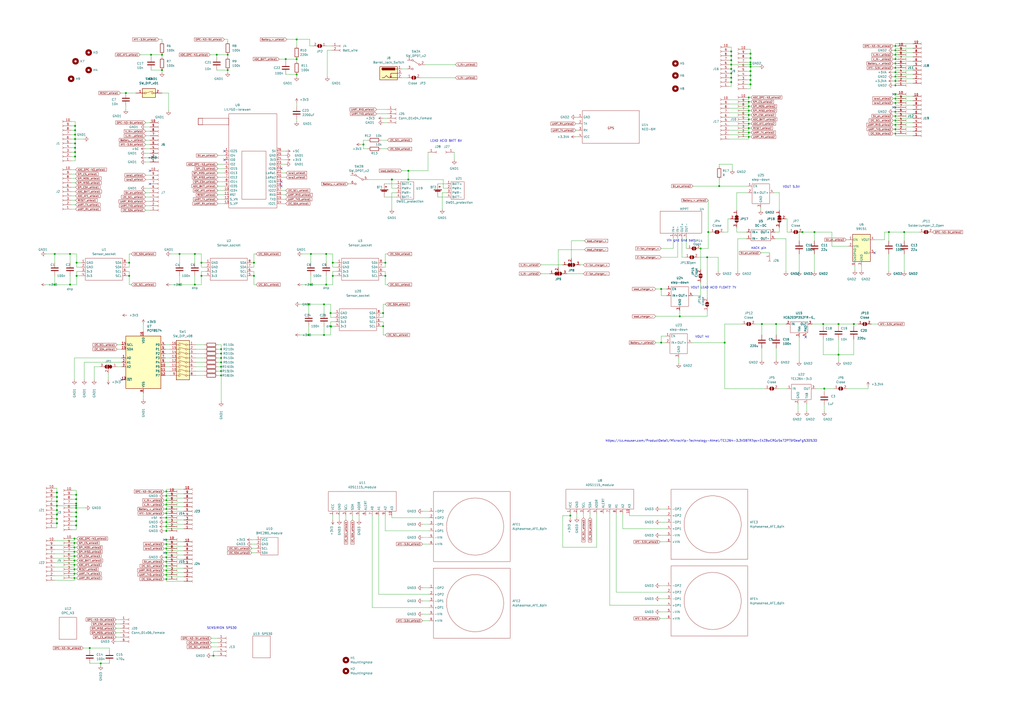
<source format=kicad_sch>
(kicad_sch (version 20211123) (generator eeschema)
  (paper "A2")
  (junction (at 43.18 322.58))
  (junction (at 519.43 54.61))
  (junction (at 191.77 181.61))
  (junction (at 519.43 44.45))
  (junction (at 40.64 165.1))
  (junction (at 44.196 292.1))
  (junction (at 477.52 187.96))
  (junction (at 44.196 304.8))
  (junction (at 227.33 104.14))
  (junction (at 223.52 152.4))
  (junction (at 43.561 88.265))
  (junction (at 435.356 37.465))
  (junction (at 43.18 320.04))
  (junction (at 435.356 36.195))
  (junction (at 96.52 307.975))
  (junction (at 52.07 375.92))
  (junction (at 236.855 99.06))
  (junction (at 96.52 330.835))
  (junction (at 125.73 31.75))
  (junction (at 434.34 56.515))
  (junction (at 434.34 74.295))
  (junction (at 96.52 285.115))
  (junction (at 519.43 64.77))
  (junction (at 519.43 41.91))
  (junction (at 450.215 187.96))
  (junction (at 435.356 41.275))
  (junction (at 96.52 297.815))
  (junction (at 128.27 210.185))
  (junction (at 193.04 160.02))
  (junction (at 128.27 202.565))
  (junction (at 147.32 152.4))
  (junction (at 44.196 302.26))
  (junction (at 43.561 75.565))
  (junction (at 128.27 215.265))
  (junction (at 96.52 335.915))
  (junction (at 515.62 134.62))
  (junction (at 223.52 160.02))
  (junction (at 43.18 335.28))
  (junction (at 43.561 80.645))
  (junction (at 40.64 147.32))
  (junction (at 33.02 290.83))
  (junction (at 236.855 104.14))
  (junction (at 434.34 64.135))
  (junction (at 435.356 31.115))
  (junction (at 128.27 205.105))
  (junction (at 434.34 71.755))
  (junction (at 193.04 152.4))
  (junction (at 519.43 39.37))
  (junction (at 43.18 325.12))
  (junction (at 104.14 165.1))
  (junction (at 524.51 134.62))
  (junction (at 43.561 73.025))
  (junction (at 519.43 67.31))
  (junction (at 43.18 332.74))
  (junction (at 44.196 294.64))
  (junction (at 434.34 79.375))
  (junction (at 116.84 152.4))
  (junction (at 179.07 194.31))
  (junction (at 330.835 299.085))
  (junction (at 420.37 198.755))
  (junction (at 128.27 207.645))
  (junction (at 43.561 90.805))
  (junction (at 478.155 225.425))
  (junction (at 74.93 160.02))
  (junction (at 519.43 31.75))
  (junction (at 172.085 34.29))
  (junction (at 434.34 61.595))
  (junction (at 424.18 42.545))
  (junction (at 424.18 32.385))
  (junction (at 44.196 293.37))
  (junction (at 96.52 313.055))
  (junction (at 410.21 149.225))
  (junction (at 406.4 144.145))
  (junction (at 96.52 305.435))
  (junction (at 96.52 325.755))
  (junction (at 519.43 62.23))
  (junction (at 519.43 57.15))
  (junction (at 93.98 40.64))
  (junction (at 33.02 295.91))
  (junction (at 417.195 107.95))
  (junction (at 44.196 289.56))
  (junction (at 472.44 134.62))
  (junction (at 31.75 147.32))
  (junction (at 74.93 152.4))
  (junction (at 96.52 295.275))
  (junction (at 87.63 31.75))
  (junction (at 96.52 328.295))
  (junction (at 180.34 165.1))
  (junction (at 434.34 69.215))
  (junction (at 383.54 198.755))
  (junction (at 187.96 176.53))
  (junction (at 441.96 187.96))
  (junction (at 43.561 78.105))
  (junction (at 33.02 285.75))
  (junction (at 44.196 297.18))
  (junction (at 43.561 85.725))
  (junction (at 113.03 147.32))
  (junction (at 43.18 330.2))
  (junction (at 179.07 176.53))
  (junction (at 410.845 134.62))
  (junction (at 96.52 300.355))
  (junction (at 44.45 160.02))
  (junction (at 519.43 49.53))
  (junction (at 147.32 160.02))
  (junction (at 172.085 43.18))
  (junction (at 44.196 299.72))
  (junction (at 33.02 293.37))
  (junction (at 434.34 59.055))
  (junction (at 104.14 147.32))
  (junction (at 128.27 212.725))
  (junction (at 43.561 83.185))
  (junction (at 495.3 187.96))
  (junction (at 33.02 298.45))
  (junction (at 132.08 31.75))
  (junction (at 424.18 34.925))
  (junction (at 465.455 134.62))
  (junction (at 189.23 165.1))
  (junction (at 96.52 315.595))
  (junction (at 486.41 187.96))
  (junction (at 44.45 152.4))
  (junction (at 435.356 38.735))
  (junction (at 116.84 160.02))
  (junction (at 424.18 40.005))
  (junction (at 123.825 380.365))
  (junction (at 519.43 34.29))
  (junction (at 519.43 26.67))
  (junction (at 519.43 74.93))
  (junction (at 519.43 77.47))
  (junction (at 132.08 40.64))
  (junction (at 96.52 323.215))
  (junction (at 394.335 183.515))
  (junction (at 165.735 34.29))
  (junction (at 519.43 36.83))
  (junction (at 222.25 189.23))
  (junction (at 96.52 287.655))
  (junction (at 172.085 22.86))
  (junction (at 435.356 43.815))
  (junction (at 435.356 46.355))
  (junction (at 222.25 181.61))
  (junction (at 44.196 287.02))
  (junction (at 424.18 37.465))
  (junction (at 519.43 29.21))
  (junction (at 519.43 59.69))
  (junction (at 93.98 31.75))
  (junction (at 435.356 33.655))
  (junction (at 43.18 312.42))
  (junction (at 128.27 217.805))
  (junction (at 43.18 317.5))
  (junction (at 96.52 320.675))
  (junction (at 519.43 72.39))
  (junction (at 33.02 288.29))
  (junction (at 424.18 29.845))
  (junction (at 434.34 76.835))
  (junction (at 96.52 292.735))
  (junction (at 519.43 46.99))
  (junction (at 96.52 318.135))
  (junction (at 191.77 189.23))
  (junction (at 58.42 384.81))
  (junction (at 180.34 147.32))
  (junction (at 96.52 302.895))
  (junction (at 435.356 48.895))
  (junction (at 383.54 167.64))
  (junction (at 96.52 290.195))
  (junction (at 33.02 303.53))
  (junction (at 43.18 327.66))
  (junction (at 187.96 194.31))
  (junction (at 113.03 165.1))
  (junction (at 31.75 165.1))
  (junction (at 43.18 314.96))
  (junction (at 189.23 147.32))
  (junction (at 33.02 300.99))
  (junction (at 519.43 69.85))
  (junction (at 424.18 45.085))
  (junction (at 486.41 205.74))
  (junction (at 424.18 47.625))
  (junction (at 210.82 83.82))
  (junction (at 73.025 53.975))
  (junction (at 434.34 66.675))
  (junction (at 96.52 333.375))
  (no_connect (at 86.995 99.06))
  (no_connect (at 86.995 106.68))
  (no_connect (at 95.25 313.055))
  (no_connect (at 95.25 320.675))
  (no_connect (at 163.195 97.79))
  (no_connect (at 130.175 92.71))
  (no_connect (at 130.175 87.63))
  (no_connect (at 163.195 107.95))
  (no_connect (at 70.485 220.345))
  (no_connect (at 507.365 146.685))
  (no_connect (at 518.16 54.61))
  (no_connect (at 518.16 62.23))
  (no_connect (at 467.36 195.58))
  (no_connect (at 163.195 105.41))
  (wire (pts (xy 48.895 210.185) (xy 48.895 220.345)))
  (wire (pts (xy 229.87 111.76) (xy 227.33 111.76)))
  (wire (pts (xy 519.43 38.1) (xy 519.43 39.37)))
  (wire (pts (xy 380.365 167.64) (xy 383.54 167.64)))
  (wire (pts (xy 147.32 147.32) (xy 147.32 152.4)))
  (wire (pts (xy 31.75 331.47) (xy 43.18 331.47)))
  (wire (pts (xy 43.561 75.565) (xy 43.561 78.105)))
  (wire (pts (xy 31.75 290.83) (xy 33.02 290.83)))
  (wire (pts (xy 40.64 160.02) (xy 40.64 165.1)))
  (wire (pts (xy 382.905 295.275) (xy 386.715 295.275)))
  (wire (pts (xy 236.855 104.14) (xy 257.175 104.14)))
  (wire (pts (xy 365.125 299.085) (xy 386.715 299.085)))
  (wire (pts (xy 257.175 104.14) (xy 257.175 109.22)))
  (wire (pts (xy 334.01 71.755) (xy 335.28 71.755)))
  (wire (pts (xy 465.455 134.62) (xy 463.55 134.62)))
  (wire (pts (xy 41.275 116.205) (xy 43.815 116.205)))
  (wire (pts (xy 44.196 294.64) (xy 49.53 294.64)))
  (wire (pts (xy 452.12 121.92) (xy 452.12 111.76)))
  (wire (pts (xy 222.25 176.53) (xy 222.25 181.61)))
  (wire (pts (xy 390.525 144.145) (xy 390.525 137.795)))
  (wire (pts (xy 180.34 165.1) (xy 189.23 165.1)))
  (wire (pts (xy 434.34 65.405) (xy 434.34 64.135)))
  (wire (pts (xy 191.77 184.15) (xy 191.77 181.61)))
  (wire (pts (xy 95.25 323.215) (xy 96.52 323.215)))
  (wire (pts (xy 106.68 332.105) (xy 96.52 332.105)))
  (wire (pts (xy 482.6 142.875) (xy 492.125 142.875)))
  (wire (pts (xy 44.196 302.26) (xy 44.196 304.8)))
  (wire (pts (xy 441.96 187.96) (xy 450.215 187.96)))
  (wire (pts (xy 146.05 313.055) (xy 148.59 313.055)))
  (wire (pts (xy 126.365 200.025) (xy 128.27 200.025)))
  (wire (pts (xy 529.59 40.64) (xy 519.43 40.64)))
  (wire (pts (xy 96.52 335.915) (xy 97.79 335.915)))
  (wire (pts (xy 434.34 61.595) (xy 435.61 61.595)))
  (wire (pts (xy 433.07 69.215) (xy 434.34 69.215)))
  (wire (pts (xy 128.27 210.185) (xy 128.27 212.725)))
  (wire (pts (xy 84.455 111.76) (xy 86.995 111.76)))
  (wire (pts (xy 434.34 74.295) (xy 435.61 74.295)))
  (wire (pts (xy 210.82 81.28) (xy 213.36 81.28)))
  (wire (pts (xy 393.065 149.225) (xy 393.065 137.795)))
  (wire (pts (xy 220.98 186.69) (xy 222.25 186.69)))
  (wire (pts (xy 126.365 90.17) (xy 130.175 90.17)))
  (wire (pts (xy 126.365 115.57) (xy 130.175 115.57)))
  (wire (pts (xy 83.185 227.965) (xy 83.185 231.775)))
  (wire (pts (xy 515.62 134.62) (xy 524.51 134.62)))
  (wire (pts (xy 67.945 212.725) (xy 70.485 212.725)))
  (wire (pts (xy 147.32 154.94) (xy 146.05 154.94)))
  (wire (pts (xy 31.75 298.45) (xy 33.02 298.45)))
  (wire (pts (xy 222.25 194.31) (xy 223.52 194.31)))
  (wire (pts (xy 96.52 325.755) (xy 97.79 325.755)))
  (wire (pts (xy 41.275 118.745) (xy 43.815 118.745)))
  (wire (pts (xy 519.43 63.5) (xy 519.43 62.23)))
  (wire (pts (xy 31.75 328.93) (xy 43.18 328.93)))
  (wire (pts (xy 96.52 304.165) (xy 96.52 305.435)))
  (wire (pts (xy 113.03 160.02) (xy 113.03 165.1)))
  (wire (pts (xy 31.75 336.55) (xy 43.18 336.55)))
  (wire (pts (xy 84.455 78.74) (xy 86.995 78.74)))
  (wire (pts (xy 147.32 165.1) (xy 148.59 165.1)))
  (wire (pts (xy 434.34 62.865) (xy 434.34 61.595)))
  (wire (pts (xy 419.735 134.62) (xy 422.275 134.62)))
  (wire (pts (xy 95.885 200.025) (xy 98.425 200.025)))
  (wire (pts (xy 518.16 77.47) (xy 519.43 77.47)))
  (wire (pts (xy 227.33 111.76) (xy 227.33 121.285)))
  (wire (pts (xy 433.07 56.515) (xy 434.34 56.515)))
  (wire (pts (xy 44.196 287.02) (xy 44.196 289.56)))
  (wire (pts (xy 62.865 216.535) (xy 62.865 220.345)))
  (wire (pts (xy 43.18 317.5) (xy 43.18 318.77)))
  (wire (pts (xy 220.98 189.23) (xy 222.25 189.23)))
  (wire (pts (xy 435.356 48.895) (xy 435.356 51.435)))
  (wire (pts (xy 172.085 22.86) (xy 172.085 26.67)))
  (wire (pts (xy 529.59 25.4) (xy 519.43 25.4)))
  (wire (pts (xy 422.91 78.105) (xy 434.34 78.105)))
  (wire (pts (xy 95.25 325.755) (xy 96.52 325.755)))
  (wire (pts (xy 519.43 73.66) (xy 519.43 72.39)))
  (wire (pts (xy 435.356 46.355) (xy 435.356 48.895)))
  (wire (pts (xy 248.92 307.975) (xy 223.52 307.975)))
  (wire (pts (xy 95.25 305.435) (xy 96.52 305.435)))
  (wire (pts (xy 43.18 320.04) (xy 44.45 320.04)))
  (wire (pts (xy 519.43 29.21) (xy 520.7 29.21)))
  (wire (pts (xy 44.196 294.64) (xy 44.196 297.18)))
  (wire (pts (xy 126.365 105.41) (xy 130.175 105.41)))
  (wire (pts (xy 189.23 147.32) (xy 189.23 152.4)))
  (wire (pts (xy 245.11 356.235) (xy 248.92 356.235)))
  (wire (pts (xy 44.196 289.56) (xy 44.196 292.1)))
  (wire (pts (xy 31.75 318.77) (xy 43.18 318.77)))
  (wire (pts (xy 67.31 361.95) (xy 69.85 361.95)))
  (wire (pts (xy 519.43 26.67) (xy 520.7 26.67)))
  (wire (pts (xy 519.43 40.64) (xy 519.43 41.91)))
  (wire (pts (xy 84.455 73.66) (xy 86.995 73.66)))
  (wire (pts (xy 33.02 290.83) (xy 33.02 293.37)))
  (wire (pts (xy 43.18 327.66) (xy 44.45 327.66)))
  (wire (pts (xy 67.945 200.025) (xy 70.485 200.025)))
  (wire (pts (xy 95.885 217.805) (xy 98.425 217.805)))
  (wire (pts (xy 113.03 147.32) (xy 116.84 147.32)))
  (wire (pts (xy 31.75 313.69) (xy 43.18 313.69)))
  (wire (pts (xy 96.52 330.835) (xy 97.79 330.835)))
  (wire (pts (xy 256.54 111.76) (xy 256.54 121.285)))
  (wire (pts (xy 96.52 328.295) (xy 97.79 328.295)))
  (wire (pts (xy 84.455 119.38) (xy 86.995 119.38)))
  (wire (pts (xy 518.16 69.85) (xy 519.43 69.85)))
  (wire (pts (xy 43.18 320.04) (xy 43.18 321.31)))
  (wire (pts (xy 74.93 165.1) (xy 76.2 165.1)))
  (wire (pts (xy 495.3 205.74) (xy 495.3 196.85)))
  (wire (pts (xy 417.195 95.25) (xy 424.815 95.25)))
  (wire (pts (xy 96.52 286.385) (xy 96.52 287.655)))
  (wire (pts (xy 95.25 320.675) (xy 96.52 320.675)))
  (wire (pts (xy 401.955 107.95) (xy 417.195 107.95)))
  (wire (pts (xy 96.52 300.355) (xy 97.79 300.355)))
  (wire (pts (xy 31.75 285.75) (xy 33.02 285.75)))
  (wire (pts (xy 434.34 78.105) (xy 434.34 76.835)))
  (wire (pts (xy 26.67 147.32) (xy 31.75 147.32)))
  (wire (pts (xy 33.02 306.07) (xy 31.75 306.07)))
  (wire (pts (xy 233.045 99.06) (xy 236.855 99.06)))
  (wire (pts (xy 33.02 293.37) (xy 33.02 295.91)))
  (wire (pts (xy 486.41 205.74) (xy 495.3 205.74)))
  (wire (pts (xy 435.356 31.115) (xy 435.356 33.655)))
  (wire (pts (xy 263.525 88.265) (xy 263.525 92.71)))
  (wire (pts (xy 420.37 198.755) (xy 420.37 187.96)))
  (wire (pts (xy 189.23 165.1) (xy 193.04 165.1)))
  (wire (pts (xy 424.18 32.385) (xy 424.18 34.925)))
  (wire (pts (xy 67.945 202.565) (xy 70.485 202.565)))
  (wire (pts (xy 513.08 139.065) (xy 513.08 134.62)))
  (wire (pts (xy 43.18 325.12) (xy 43.18 326.39)))
  (wire (pts (xy 41.275 85.725) (xy 43.561 85.725)))
  (wire (pts (xy 326.39 317.5) (xy 326.39 299.085)))
  (wire (pts (xy 518.16 64.77) (xy 519.43 64.77)))
  (wire (pts (xy 519.43 68.58) (xy 519.43 67.31)))
  (wire (pts (xy 165.735 43.18) (xy 172.085 43.18)))
  (wire (pts (xy 41.91 292.1) (xy 44.196 292.1)))
  (wire (pts (xy 529.59 73.66) (xy 519.43 73.66)))
  (wire (pts (xy 96.52 323.215) (xy 96.52 324.485)))
  (wire (pts (xy 172.085 59.69) (xy 172.085 61.595)))
  (wire (pts (xy 441.96 201.93) (xy 441.96 208.915)))
  (wire (pts (xy 245.11 340.995) (xy 248.92 340.995)))
  (wire (pts (xy 44.45 160.02) (xy 46.99 160.02)))
  (wire (pts (xy 433.07 28.575) (xy 435.356 28.575)))
  (wire (pts (xy 518.16 41.91) (xy 519.43 41.91)))
  (wire (pts (xy 334.01 67.945) (xy 335.28 67.945)))
  (wire (pts (xy 435.356 51.435) (xy 433.07 51.435)))
  (wire (pts (xy 401.955 171.45) (xy 406.4 171.45)))
  (wire (pts (xy 519.43 67.31) (xy 520.7 67.31)))
  (wire (pts (xy 44.45 157.48) (xy 46.99 157.48)))
  (wire (pts (xy 96.52 299.085) (xy 96.52 300.355)))
  (wire (pts (xy 519.43 31.75) (xy 519.43 30.48)))
  (wire (pts (xy 146.05 160.02) (xy 147.32 160.02)))
  (wire (pts (xy 473.075 225.425) (xy 478.155 225.425)))
  (wire (pts (xy 87.63 40.64) (xy 93.98 40.64)))
  (wire (pts (xy 106.68 316.865) (xy 96.52 316.865)))
  (wire (pts (xy 123.825 380.365) (xy 122.555 380.365)))
  (wire (pts (xy 386.715 351.155) (xy 353.695 351.155)))
  (wire (pts (xy 95.885 207.645) (xy 98.425 207.645)))
  (wire (pts (xy 173.99 194.31) (xy 179.07 194.31)))
  (wire (pts (xy 417.195 96.52) (xy 417.195 95.25)))
  (wire (pts (xy 44.196 292.1) (xy 44.196 293.37)))
  (wire (pts (xy 191.77 189.23) (xy 194.31 189.23)))
  (wire (pts (xy 43.18 312.42) (xy 44.45 312.42)))
  (wire (pts (xy 434.34 60.325) (xy 434.34 59.055)))
  (wire (pts (xy 44.196 284.48) (xy 44.196 287.02)))
  (wire (pts (xy 433.07 71.755) (xy 434.34 71.755)))
  (wire (pts (xy 130.175 22.86) (xy 132.08 22.86)))
  (wire (pts (xy 179.705 26.67) (xy 179.705 22.86)))
  (wire (pts (xy 434.34 73.025) (xy 434.34 71.755)))
  (wire (pts (xy 106.68 324.485) (xy 96.52 324.485)))
  (wire (pts (xy 31.75 165.1) (xy 40.64 165.1)))
  (wire (pts (xy 472.44 147.32) (xy 472.44 157.48)))
  (wire (pts (xy 427.355 111.76) (xy 433.705 111.76)))
  (wire (pts (xy 113.03 147.32) (xy 113.03 152.4)))
  (wire (pts (xy 210.82 86.36) (xy 213.36 86.36)))
  (wire (pts (xy 455.93 138.43) (xy 455.93 157.48)))
  (wire (pts (xy 84.455 76.2) (xy 86.995 76.2)))
  (wire (pts (xy 113.665 217.805) (xy 118.745 217.805)))
  (wire (pts (xy 382.905 354.965) (xy 386.715 354.965)))
  (wire (pts (xy 173.99 176.53) (xy 179.07 176.53)))
  (wire (pts (xy 172.085 34.29) (xy 172.085 35.56)))
  (wire (pts (xy 172.085 69.215) (xy 172.085 70.485)))
  (wire (pts (xy 96.52 305.435) (xy 97.79 305.435)))
  (wire (pts (xy 434.34 80.645) (xy 434.34 79.375)))
  (wire (pts (xy 227.33 109.22) (xy 227.33 104.14)))
  (wire (pts (xy 452.12 134.62) (xy 452.12 132.08)))
  (wire (pts (xy 218.44 63.5) (xy 224.79 63.5)))
  (wire (pts (xy 84.455 114.3) (xy 86.995 114.3)))
  (wire (pts (xy 394.335 183.515) (xy 410.21 183.515)))
  (wire (pts (xy 331.47 139.7) (xy 339.09 139.7)))
  (wire (pts (xy 41.275 113.665) (xy 43.815 113.665)))
  (wire (pts (xy 95.885 210.185) (xy 98.425 210.185)))
  (wire (pts (xy 486.41 187.96) (xy 495.3 187.96)))
  (wire (pts (xy 96.52 294.005) (xy 96.52 295.275)))
  (wire (pts (xy 416.56 149.225) (xy 416.56 157.48)))
  (wire (pts (xy 41.91 294.64) (xy 44.196 294.64)))
  (wire (pts (xy 410.845 134.62) (xy 410.845 144.145)))
  (wire (pts (xy 222.25 157.48) (xy 223.52 157.48)))
  (wire (pts (xy 189.865 29.21) (xy 192.405 29.21)))
  (wire (pts (xy 41.91 325.12) (xy 43.18 325.12)))
  (wire (pts (xy 96.52 306.705) (xy 96.52 307.975)))
  (wire (pts (xy 163.195 110.49) (xy 165.735 110.49)))
  (wire (pts (xy 84.455 121.92) (xy 86.995 121.92)))
  (wire (pts (xy 424.815 95.25) (xy 424.815 98.425)))
  (wire (pts (xy 254 106.68) (xy 259.08 106.68)))
  (wire (pts (xy 113.665 200.025) (xy 118.745 200.025)))
  (wire (pts (xy 191.77 176.53) (xy 191.77 181.61)))
  (wire (pts (xy 193.04 160.02) (xy 195.58 160.02)))
  (wire (pts (xy 323.85 144.78) (xy 339.09 144.78)))
  (wire (pts (xy 222.25 160.02) (xy 223.52 160.02)))
  (wire (pts (xy 519.43 71.12) (xy 519.43 69.85)))
  (wire (pts (xy 33.02 303.53) (xy 33.02 306.07)))
  (wire (pts (xy 433.07 33.655) (xy 435.356 33.655)))
  (wire (pts (xy 529.59 33.02) (xy 519.43 33.02)))
  (wire (pts (xy 41.91 314.96) (xy 43.18 314.96)))
  (wire (pts (xy 96.52 302.895) (xy 97.79 302.895)))
  (wire (pts (xy 96.52 285.115) (xy 97.79 285.115)))
  (wire (pts (xy 427.355 132.08) (xy 427.355 134.62)))
  (wire (pts (xy 41.91 287.02) (xy 44.196 287.02)))
  (wire (pts (xy 95.885 215.265) (xy 98.425 215.265)))
  (wire (pts (xy 95.25 333.375) (xy 96.52 333.375)))
  (wire (pts (xy 95.25 313.055) (xy 96.52 313.055)))
  (wire (pts (xy 96.52 320.675) (xy 96.52 321.945)))
  (wire (pts (xy 519.43 45.72) (xy 519.43 46.99)))
  (wire (pts (xy 451.485 225.425) (xy 456.565 225.425)))
  (wire (pts (xy 93.98 31.75) (xy 93.98 33.02)))
  (wire (pts (xy 126.365 217.805) (xy 128.27 217.805)))
  (wire (pts (xy 189.23 160.02) (xy 189.23 165.1)))
  (wire (pts (xy 41.275 106.045) (xy 43.815 106.045)))
  (wire (pts (xy 96.52 288.925) (xy 106.68 288.925)))
  (wire (pts (xy 163.195 118.11) (xy 165.735 118.11)))
  (wire (pts (xy 424.18 45.085) (xy 424.18 47.625)))
  (wire (pts (xy 220.98 86.36) (xy 224.79 86.36)))
  (wire (pts (xy 227.33 104.14) (xy 236.855 104.14)))
  (wire (pts (xy 519.43 43.18) (xy 519.43 44.45)))
  (wire (pts (xy 96.52 315.595) (xy 97.79 315.595)))
  (wire (pts (xy 26.67 165.1) (xy 31.75 165.1)))
  (wire (pts (xy 74.93 147.32) (xy 74.93 152.4)))
  (wire (pts (xy 96.52 296.545) (xy 96.52 297.815)))
  (wire (pts (xy 357.505 297.815) (xy 357.505 343.535)))
  (wire (pts (xy 529.59 45.72) (xy 519.43 45.72)))
  (wire (pts (xy 191.77 186.69) (xy 194.31 186.69)))
  (wire (pts (xy 175.26 147.32) (xy 180.34 147.32)))
  (wire (pts (xy 222.25 71.12) (xy 224.79 71.12)))
  (wire (pts (xy 97.79 53.975) (xy 97.79 64.135)))
  (wire (pts (xy 519.43 49.53) (xy 520.7 49.53)))
  (wire (pts (xy 96.52 291.465) (xy 96.52 292.735)))
  (wire (pts (xy 74.93 152.4) (xy 74.93 154.94)))
  (wire (pts (xy 524.51 134.62) (xy 524.51 139.7)))
  (wire (pts (xy 477.52 205.74) (xy 486.41 205.74)))
  (wire (pts (xy 222.25 68.58) (xy 224.79 68.58)))
  (wire (pts (xy 96.52 325.755) (xy 96.52 327.025)))
  (wire (pts (xy 219.71 299.085) (xy 219.71 344.805)))
  (wire (pts (xy 43.18 332.74) (xy 43.18 334.01)))
  (wire (pts (xy 116.84 147.32) (xy 116.84 152.4)))
  (wire (pts (xy 223.52 307.975) (xy 223.52 299.085)))
  (wire (pts (xy 116.84 152.4) (xy 119.38 152.4)))
  (wire (pts (xy 529.59 78.74) (xy 519.43 78.74)))
  (wire (pts (xy 519.43 27.94) (xy 519.43 29.21)))
  (wire (pts (xy 116.84 160.02) (xy 116.84 157.48)))
  (wire (pts (xy 478.155 234.95) (xy 478.155 238.76)))
  (wire (pts (xy 433.07 76.835) (xy 434.34 76.835)))
  (wire (pts (xy 128.27 215.265) (xy 128.27 217.805)))
  (wire (pts (xy 222.25 152.4) (xy 223.52 152.4)))
  (wire (pts (xy 449.58 134.62) (xy 452.12 134.62)))
  (wire (pts (xy 116.84 160.02) (xy 119.38 160.02)))
  (wire (pts (xy 43.18 327.66) (xy 43.18 328.93)))
  (wire (pts (xy 477.52 196.85) (xy 477.52 205.74)))
  (wire (pts (xy 518.16 62.23) (xy 519.43 62.23)))
  (wire (pts (xy 422.91 42.545) (xy 424.18 42.545)))
  (wire (pts (xy 84.455 83.82) (xy 86.995 83.82)))
  (wire (pts (xy 236.855 99.06) (xy 248.285 99.06)))
  (wire (pts (xy 96.52 330.835) (xy 96.52 332.105)))
  (wire (pts (xy 422.91 73.025) (xy 434.34 73.025)))
  (wire (pts (xy 449.58 138.43) (xy 455.93 138.43)))
  (wire (pts (xy 435.356 37.465) (xy 435.356 38.735)))
  (wire (pts (xy 223.52 152.4) (xy 223.52 154.94)))
  (wire (pts (xy 41.275 88.265) (xy 43.561 88.265)))
  (wire (pts (xy 519.43 25.4) (xy 519.43 26.67)))
  (wire (pts (xy 529.59 60.96) (xy 519.43 60.96)))
  (wire (pts (xy 163.195 92.71) (xy 165.735 92.71)))
  (wire (pts (xy 73.66 157.48) (xy 74.93 157.48)))
  (wire (pts (xy 74.93 160.02) (xy 74.93 165.1)))
  (wire (pts (xy 422.91 47.625) (xy 424.18 47.625)))
  (wire (pts (xy 222.885 106.68) (xy 229.87 106.68)))
  (wire (pts (xy 31.75 323.85) (xy 43.18 323.85)))
  (wire (pts (xy 187.96 189.23) (xy 187.96 194.31)))
  (wire (pts (xy 31.75 288.29) (xy 33.02 288.29)))
  (wire (pts (xy 519.43 30.48) (xy 529.59 30.48)))
  (wire (pts (xy 433.07 46.355) (xy 435.356 46.355)))
  (wire (pts (xy 422.91 45.085) (xy 424.18 45.085)))
  (wire (pts (xy 518.16 44.45) (xy 519.43 44.45)))
  (wire (pts (xy 450.215 187.96) (xy 455.93 187.96)))
  (wire (pts (xy 334.01 79.375) (xy 335.28 79.375)))
  (wire (pts (xy 126.365 102.87) (xy 130.175 102.87)))
  (wire (pts (xy 193.04 147.32) (xy 193.04 152.4)))
  (wire (pts (xy 433.07 48.895) (xy 435.356 48.895)))
  (wire (pts (xy 44.196 307.34) (xy 41.91 307.34)))
  (wire (pts (xy 189.23 147.32) (xy 193.04 147.32)))
  (wire (pts (xy 106.68 319.405) (xy 96.52 319.405)))
  (wire (pts (xy 106.68 329.565) (xy 96.52 329.565)))
  (wire (pts (xy 495.3 187.96) (xy 497.84 187.96)))
  (wire (pts (xy 467.995 234.315) (xy 467.995 238.76)))
  (wire (pts (xy 434.34 64.135) (xy 435.61 64.135)))
  (wire (pts (xy 330.835 297.815) (xy 330.835 299.085)))
  (wire (pts (xy 383.54 144.145) (xy 390.525 144.145)))
  (wire (pts (xy 519.43 66.04) (xy 519.43 64.77)))
  (wire (pts (xy 93.98 22.86) (xy 93.98 24.13)))
  (wire (pts (xy 395.605 137.795) (xy 395.605 149.225)))
  (wire (pts (xy 382.905 310.515) (xy 386.715 310.515)))
  (wire (pts (xy 84.455 109.22) (xy 86.995 109.22)))
  (wire (pts (xy 31.75 321.31) (xy 43.18 321.31)))
  (wire (pts (xy 163.195 87.63) (xy 165.735 87.63)))
  (wire (pts (xy 519.43 72.39) (xy 520.7 72.39)))
  (wire (pts (xy 435.356 36.195) (xy 435.356 37.465)))
  (wire (pts (xy 208.28 299.085) (xy 208.28 301.625)))
  (wire (pts (xy 96.52 333.375) (xy 97.79 333.375)))
  (wire (pts (xy 386.715 306.705) (xy 361.315 306.705)))
  (wire (pts (xy 106.68 304.165) (xy 96.52 304.165)))
  (wire (pts (xy 43.18 314.96) (xy 44.45 314.96)))
  (wire (pts (xy 43.18 314.96) (xy 43.18 316.23)))
  (wire (pts (xy 529.59 55.88) (xy 519.43 55.88)))
  (wire (pts (xy 52.07 375.92) (xy 52.07 377.19)))
  (wire (pts (xy 43.18 332.74) (xy 44.45 332.74)))
  (wire (pts (xy 424.18 37.465) (xy 435.356 37.465)))
  (wire (pts (xy 456.565 134.62) (xy 457.835 134.62)))
  (wire (pts (xy 74.93 157.48) (xy 74.93 160.02)))
  (wire (pts (xy 433.07 79.375) (xy 434.34 79.375)))
  (wire (pts (xy 95.885 202.565) (xy 98.425 202.565)))
  (wire (pts (xy 519.43 46.99) (xy 520.7 46.99)))
  (wire (pts (xy 486.41 187.96) (xy 486.41 189.23)))
  (wire (pts (xy 126.365 113.03) (xy 130.175 113.03)))
  (wire (pts (xy 43.18 330.2) (xy 44.45 330.2)))
  (wire (pts (xy 518.16 74.93) (xy 519.43 74.93)))
  (wire (pts (xy 43.18 335.28) (xy 44.45 335.28)))
  (wire (pts (xy 43.561 93.345) (xy 41.275 93.345)))
  (wire (pts (xy 95.885 205.105) (xy 98.425 205.105)))
  (wire (pts (xy 503.555 225.425) (xy 503.555 224.155)))
  (wire (pts (xy 189.23 26.67) (xy 192.405 26.67)))
  (wire (pts (xy 519.43 36.83) (xy 520.7 36.83)))
  (wire (pts (xy 84.455 104.14) (xy 86.995 104.14)))
  (wire (pts (xy 44.196 304.8) (xy 44.196 307.34)))
  (wire (pts (xy 210.82 83.82) (xy 210.82 86.36)))
  (wire (pts (xy 106.68 296.545) (xy 96.52 296.545)))
  (wire (pts (xy 147.32 160.02) (xy 147.32 165.1)))
  (wire (pts (xy 365.125 297.815) (xy 365.125 299.085)))
  (wire (pts (xy 95.25 285.115) (xy 96.52 285.115)))
  (wire (pts (xy 529.59 63.5) (xy 519.43 63.5)))
  (wire (pts (xy 73.025 53.975) (xy 78.74 53.975)))
  (wire (pts (xy 165.735 34.29) (xy 172.085 34.29)))
  (wire (pts (xy 495.935 154.305) (xy 495.935 156.845)))
  (wire (pts (xy 70.485 207.645) (xy 43.18 207.645)))
  (wire (pts (xy 31.75 160.02) (xy 31.75 165.1)))
  (wire (pts (xy 126.365 215.265) (xy 128.27 215.265)))
  (wire (pts (xy 163.195 95.25) (xy 165.735 95.25)))
  (wire (pts (xy 70.485 210.185) (xy 48.895 210.185)))
  (wire (pts (xy 529.59 66.04) (xy 519.43 66.04)))
  (wire (pts (xy 179.07 176.53) (xy 187.96 176.53)))
  (wire (pts (xy 41.91 299.72) (xy 44.196 299.72)))
  (wire (pts (xy 43.18 325.12) (xy 44.45 325.12)))
  (wire (pts (xy 67.31 369.57) (xy 69.85 369.57)))
  (wire (pts (xy 92.075 22.86) (xy 93.98 22.86)))
  (wire (pts (xy 43.561 80.645) (xy 43.561 83.185)))
  (wire (pts (xy 435.356 43.815) (xy 435.356 46.355)))
  (wire (pts (xy 57.785 212.725) (xy 54.61 212.725)))
  (wire (pts (xy 147.32 147.32) (xy 148.59 147.32)))
  (wire (pts (xy 87.63 33.02) (xy 87.63 31.75)))
  (wire (pts (xy 41.275 103.505) (xy 43.815 103.505)))
  (wire (pts (xy 435.356 41.275) (xy 435.356 43.815)))
  (wire (pts (xy 519.43 48.26) (xy 519.43 49.53)))
  (wire (pts (xy 519.43 78.74) (xy 519.43 77.47)))
  (wire (pts (xy 96.52 318.135) (xy 97.79 318.135)))
  (wire (pts (xy 422.91 62.865) (xy 434.34 62.865)))
  (wire (pts (xy 422.91 65.405) (xy 434.34 65.405)))
  (wire (pts (xy 499.745 154.305) (xy 499.745 156.845)))
  (wire (pts (xy 434.34 66.675) (xy 435.61 66.675)))
  (wire (pts (xy 463.55 134.62) (xy 463.55 139.7)))
  (wire (pts (xy 31.75 326.39) (xy 43.18 326.39)))
  (wire (pts (xy 126.365 207.645) (xy 128.27 207.645)))
  (wire (pts (xy 323.85 154.94) (xy 323.85 144.78)))
  (wire (pts (xy 433.07 41.275) (xy 435.356 41.275)))
  (wire (pts (xy 406.4 144.145) (xy 406.4 156.21)))
  (wire (pts (xy 106.68 294.005) (xy 96.52 294.005)))
  (wire (pts (xy 524.51 147.32) (xy 524.51 157.48)))
  (wire (pts (xy 44.196 293.37) (xy 44.196 294.64)))
  (wire (pts (xy 357.505 343.535) (xy 386.715 343.535)))
  (wire (pts (xy 478.155 225.425) (xy 483.87 225.425)))
  (wire (pts (xy 422.91 67.945) (xy 434.34 67.945)))
  (wire (pts (xy 43.18 330.2) (xy 43.18 331.47)))
  (wire (pts (xy 52.07 375.92) (xy 48.26 375.92)))
  (wire (pts (xy 33.02 288.29) (xy 33.02 290.83)))
  (wire (pts (xy 106.68 291.465) (xy 96.52 291.465)))
  (wire (pts (xy 394.335 183.515) (xy 394.335 180.34)))
  (wire (pts (xy 434.34 79.375) (xy 435.61 79.375)))
  (wire (pts (xy 406.4 144.145) (xy 410.845 144.145)))
  (wire (pts (xy 209.55 83.82) (xy 210.82 83.82)))
  (wire (pts (xy 346.075 297.815) (xy 346.075 317.5)))
  (wire (pts (xy 73.66 152.4) (xy 74.93 152.4)))
  (wire (pts (xy 222.25 176.53) (xy 223.52 176.53)))
  (wire (pts (xy 382.905 302.895) (xy 386.715 302.895)))
  (wire (pts (xy 63.5 375.92) (xy 52.07 375.92)))
  (wire (pts (xy 97.79 292.735) (xy 96.52 292.735)))
  (wire (pts (xy 383.54 198.755) (xy 386.08 198.755)))
  (wire (pts (xy 222.25 184.15) (xy 220.98 184.15)))
  (wire (pts (xy 222.25 189.23) (xy 222.25 194.31)))
  (wire (pts (xy 518.16 72.39) (xy 519.43 72.39)))
  (wire (pts (xy 452.12 111.76) (xy 448.945 111.76)))
  (wire (pts (xy 122.555 370.205) (xy 126.365 370.205)))
  (wire (pts (xy 33.02 298.45) (xy 33.02 300.99)))
  (wire (pts (xy 519.43 57.15) (xy 520.7 57.15)))
  (wire (pts (xy 245.11 360.045) (xy 248.92 360.045)))
  (wire (pts (xy 106.68 337.185) (xy 96.52 337.185)))
  (wire (pts (xy 380.365 198.755) (xy 383.54 198.755)))
  (wire (pts (xy 128.27 207.645) (xy 128.27 210.185)))
  (wire (pts (xy 106.68 321.945) (xy 96.52 321.945)))
  (wire (pts (xy 331.47 149.86) (xy 331.47 139.7)))
  (wire (pts (xy 441.325 120.65) (xy 441.325 121.92)))
  (wire (pts (xy 519.43 41.91) (xy 520.7 41.91)))
  (wire (pts (xy 519.43 59.69) (xy 520.7 59.69)))
  (wire (pts (xy 83.185 187.96) (xy 83.185 192.405)))
  (wire (pts (xy 104.14 147.32) (xy 113.03 147.32)))
  (wire (pts (xy 96.52 315.595) (xy 96.52 316.865)))
  (wire (pts (xy 434.34 70.485) (xy 434.34 69.215)))
  (wire (pts (xy 43.561 73.025) (xy 43.561 75.565)))
  (wire (pts (xy 422.91 37.465) (xy 424.18 37.465)))
  (wire (pts (xy 87.63 31.75) (xy 93.98 31.75)))
  (wire (pts (xy 422.91 57.785) (xy 434.34 57.785)))
  (wire (pts (xy 128.27 205.105) (xy 128.27 207.645)))
  (wire (pts (xy 180.34 147.32) (xy 189.23 147.32)))
  (wire (pts (xy 113.665 215.265) (xy 118.745 215.265)))
  (wire (pts (xy 519.43 74.93) (xy 520.7 74.93)))
  (wire (pts (xy 123.825 380.365) (xy 126.365 380.365)))
  (wire (pts (xy 422.91 80.645) (xy 434.34 80.645)))
  (wire (pts (xy 41.91 302.26) (xy 44.196 302.26)))
  (wire (pts (xy 478.155 225.425) (xy 478.155 227.33)))
  (wire (pts (xy 417.195 107.95) (xy 433.705 107.95)))
  (wire (pts (xy 519.43 55.88) (xy 519.43 54.61)))
  (wire (pts (xy 222.25 181.61) (xy 222.25 184.15)))
  (wire (pts (xy 520.7 34.29) (xy 519.43 34.29)))
  (wire (pts (xy 463.55 195.58) (xy 463.55 209.55)))
  (wire (pts (xy 386.715 171.45) (xy 383.54 171.45)))
  (wire (pts (xy 193.04 299.085) (xy 193.04 301.625)))
  (wire (pts (xy 524.51 134.62) (xy 533.4 134.62)))
  (wire (pts (xy 398.145 144.145) (xy 398.78 144.145)))
  (wire (pts (xy 41.275 90.805) (xy 43.561 90.805)))
  (wire (pts (xy 93.98 40.64) (xy 93.98 41.91)))
  (wire (pts (xy 106.68 327.025) (xy 96.52 327.025)))
  (wire (pts (xy 67.31 367.03) (xy 69.85 367.03)))
  (wire (pts (xy 58.42 384.81) (xy 63.5 384.81)))
  (wire (pts (xy 41.275 108.585) (xy 43.815 108.585)))
  (wire (pts (xy 95.885 212.725) (xy 98.425 212.725)))
  (wire (pts (xy 518.16 29.21) (xy 519.43 29.21)))
  (wire (pts (xy 245.11 311.785) (xy 248.92 311.785)))
  (wire (pts (xy 519.43 74.93) (xy 519.43 76.2)))
  (wire (pts (xy 427.99 138.43) (xy 427.99 157.48)))
  (wire (pts (xy 519.43 76.2) (xy 529.59 76.2)))
  (wire (pts (xy 435.356 38.735) (xy 440.436 38.735)))
  (wire (pts (xy 128.27 202.565) (xy 128.27 205.105)))
  (wire (pts (xy 518.16 39.37) (xy 519.43 39.37)))
  (wire (pts (xy 382.905 358.775) (xy 386.715 358.775)))
  (wire (pts (xy 132.08 31.75) (xy 132.08 33.02)))
  (wire (pts (xy 519.43 34.29) (xy 518.16 34.29)))
  (wire (pts (xy 422.91 40.005) (xy 424.18 40.005)))
  (wire (pts (xy 95.25 302.895) (xy 96.52 302.895)))
  (wire (pts (xy 495.3 187.96) (xy 495.3 189.23)))
  (wire (pts (xy 106.68 283.845) (xy 96.52 283.845)))
  (wire (pts (xy 93.98 53.975) (xy 97.79 53.975)))
  (wire (pts (xy 218.44 66.04) (xy 224.79 66.04)))
  (wire (pts (xy 163.195 100.33) (xy 165.989 100.33)))
  (wire (pts (xy 223.52 165.1) (xy 224.79 165.1)))
  (wire (pts (xy 254 114.3) (xy 259.08 114.3)))
  (wire (pts (xy 338.455 297.815) (xy 338.455 300.355)))
  (wire (pts (xy 31.75 147.32) (xy 31.75 152.4)))
  (wire (pts (xy 106.68 306.705) (xy 96.52 306.705)))
  (wire (pts (xy 41.91 335.28) (xy 43.18 335.28)))
  (wire (pts (xy 84.455 91.44) (xy 86.995 91.44)))
  (wire (pts (xy 434.34 76.835) (xy 435.61 76.835)))
  (wire (pts (xy 43.18 317.5) (xy 44.45 317.5)))
  (wire (pts (xy 163.195 90.17) (xy 165.735 90.17)))
  (wire (pts (xy 529.59 38.1) (xy 519.43 38.1)))
  (wire (pts (xy 434.34 75.565) (xy 434.34 74.295)))
  (wire (pts (xy 490.855 139.065) (xy 492.125 139.065)))
  (wire (pts (xy 229.87 109.22) (xy 227.33 109.22)))
  (wire (pts (xy 193.04 160.02) (xy 193.04 165.1)))
  (wire (pts (xy 41.275 111.125) (xy 43.815 111.125)))
  (wire (pts (xy 410.21 183.515) (xy 410.21 180.34)))
  (wire (pts (xy 486.41 196.85) (xy 486.41 205.74)))
  (wire (pts (xy 513.08 134.62) (xy 515.62 134.62)))
  (wire (pts (xy 420.37 225.425) (xy 443.865 225.425)))
  (wire (pts (xy 165.735 35.56) (xy 165.735 34.29)))
  (wire (pts (xy 99.06 165.1) (xy 104.14 165.1)))
  (wire (pts (xy 220.98 181.61) (xy 222.25 181.61)))
  (wire (pts (xy 245.11 348.615) (xy 248.92 348.615)))
  (wire (pts (xy 126.365 97.79) (xy 130.175 97.79)))
  (wire (pts (xy 121.92 31.75) (xy 125.73 31.75)))
  (wire (pts (xy 328.93 158.75) (xy 338.455 158.75)))
  (wire (pts (xy 519.43 39.37) (xy 520.7 39.37)))
  (wire (pts (xy 223.52 154.94) (xy 222.25 154.94)))
  (wire (pts (xy 41.275 100.965) (xy 43.815 100.965)))
  (wire (pts (xy 434.34 69.215) (xy 435.61 69.215)))
  (wire (pts (xy 193.04 152.4) (xy 195.58 152.4)))
  (wire (pts (xy 383.54 194.945) (xy 386.08 194.945)))
  (wire (pts (xy 146.05 157.48) (xy 147.32 157.48)))
  (wire (pts (xy 434.34 56.515) (xy 435.61 56.515)))
  (wire (pts (xy 179.705 22.86) (xy 172.085 22.86)))
  (wire (pts (xy 95.25 328.295) (xy 96.52 328.295)))
  (wire (pts (xy 95.25 290.195) (xy 96.52 290.195)))
  (wire (pts (xy 95.25 315.595) (xy 96.52 315.595)))
  (wire (pts (xy 40.64 147.32) (xy 44.45 147.32)))
  (wire (pts (xy 31.75 303.53) (xy 33.02 303.53)))
  (wire (pts (xy 113.665 207.645) (xy 118.745 207.645)))
  (wire (pts (xy 435.356 28.575) (xy 435.356 31.115)))
  (wire (pts (xy 41.91 284.48) (xy 44.196 284.48)))
  (wire (pts (xy 95.25 287.655) (xy 96.52 287.655)))
  (wire (pts (xy 73.025 61.595) (xy 73.025 63.5)))
  (wire (pts (xy 433.07 64.135) (xy 434.34 64.135)))
  (wire (pts (xy 227.33 300.355) (xy 248.92 300.355)))
  (wire (pts (xy 210.82 83.82) (xy 210.82 81.28)))
  (wire (pts (xy 223.52 160.02) (xy 223.52 165.1)))
  (wire (pts (xy 410.845 116.205) (xy 410.845 134.62)))
  (wire (pts (xy 43.18 207.645) (xy 43.18 220.345)))
  (wire (pts (xy 383.54 198.755) (xy 383.54 194.945)))
  (wire (pts (xy 96.52 287.655) (xy 97.79 287.655)))
  (wire (pts (xy 519.43 62.23) (xy 520.7 62.23)))
  (wire (pts (xy 126.365 100.33) (xy 130.175 100.33)))
  (wire (pts (xy 456.565 127) (xy 456.565 134.62)))
  (wire (pts (xy 491.49 225.425) (xy 503.555 225.425)))
  (wire (pts (xy 336.55 153.67) (xy 338.455 153.67)))
  (wire (pts (xy 191.77 181.61) (xy 194.31 181.61)))
  (wire (pts (xy 126.365 107.95) (xy 130.175 107.95)))
  (wire (pts (xy 519.43 31.75) (xy 520.7 31.75)))
  (wire (pts (xy 43.561 80.645) (xy 48.641 80.645)))
  (wire (pts (xy 422.91 32.385) (xy 424.18 32.385)))
  (wire (pts (xy 246.38 37.465) (xy 264.16 37.465)))
  (wire (pts (xy 223.52 147.32) (xy 224.79 147.32)))
  (wire (pts (xy 99.06 147.32) (xy 104.14 147.32)))
  (wire (pts (xy 529.59 27.94) (xy 519.43 27.94)))
  (wire (pts (xy 46.99 154.94) (xy 44.45 154.94)))
  (wire (pts (xy 424.18 27.305) (xy 424.18 29.845)))
  (wire (pts (xy 96.52 323.215) (xy 97.79 323.215)))
  (wire (pts (xy 422.91 27.305) (xy 424.18 27.305)))
  (wire (pts (xy 529.59 48.26) (xy 519.43 48.26)))
  (wire (pts (xy 40.64 147.32) (xy 40.64 152.4)))
  (wire (pts (xy 482.6 134.62) (xy 482.6 142.875)))
  (wire (pts (xy 163.195 102.87) (xy 165.989 102.87)))
  (wire (pts (xy 125.73 40.64) (xy 132.08 40.64)))
  (wire (pts (xy 132.08 40.64) (xy 132.08 41.91)))
  (wire (pts (xy 44.45 152.4) (xy 46.99 152.4)))
  (wire (pts (xy 441.96 187.96) (xy 441.96 194.31)))
  (wire (pts (xy 191.77 189.23) (xy 191.77 194.31)))
  (wire (pts (xy 424.18 42.545) (xy 424.18 45.085)))
  (wire (pts (xy 33.02 293.37) (xy 44.196 293.37)))
  (wire (pts (xy 33.02 300.99) (xy 33.02 303.53)))
  (wire (pts (xy 33.02 295.91) (xy 33.02 298.45)))
  (wire (pts (xy 433.07 74.295) (xy 434.34 74.295)))
  (wire (pts (xy 450.215 201.93) (xy 450.215 208.915)))
  (wire (pts (xy 128.27 217.805) (xy 128.27 233.045)))
  (wire (pts (xy 518.16 67.31) (xy 519.43 67.31)))
  (wire (pts (xy 181.61 26.67) (xy 179.705 26.67)))
  (wire (pts (xy 84.455 101.6) (xy 86.995 101.6)))
  (wire (pts (xy 43.18 322.58) (xy 43.18 323.85)))
  (wire (pts (xy 222.25 186.69) (xy 222.25 189.23)))
  (wire (pts (xy 515.62 134.62) (xy 515.62 139.7)))
  (wire (pts (xy 353.695 351.155) (xy 353.695 297.815)))
  (wire (pts (xy 74.93 147.32) (xy 76.2 147.32)))
  (wire (pts (xy 195.58 154.94) (xy 193.04 154.94)))
  (wire (pts (xy 113.665 205.105) (xy 118.745 205.105)))
  (wire (pts (xy 84.455 88.9) (xy 86.995 88.9)))
  (wire (pts (xy 398.145 137.795) (xy 398.145 144.145)))
  (wire (pts (xy 233.045 45.085) (xy 236.22 45.085)))
  (wire (pts (xy 422.91 75.565) (xy 434.34 75.565)))
  (wire (pts (xy 96.52 335.915) (xy 96.52 337.185)))
  (wire (pts (xy 435.356 38.735) (xy 435.356 41.275)))
  (wire (pts (xy 438.15 187.96) (xy 441.96 187.96)))
  (wire (pts (xy 382.905 314.325) (xy 386.715 314.325)))
  (wire (pts (xy 43.561 83.185) (xy 43.561 85.725)))
  (wire (pts (xy 433.07 36.195) (xy 435.356 36.195)))
  (wire (pts (xy 401.32 198.755) (xy 420.37 198.755)))
  (wire (pts (xy 126.365 110.49) (xy 130.175 110.49)))
  (wire (pts (xy 146.05 152.4) (xy 147.32 152.4)))
  (wire (pts (xy 313.69 153.67) (xy 326.39 153.67)))
  (wire (pts (xy 410.21 149.225) (xy 416.56 149.225)))
  (wire (pts (xy 434.34 57.785) (xy 434.34 56.515)))
  (wire (pts (xy 126.365 95.25) (xy 130.175 95.25)))
  (wire (pts (xy 40.64 165.1) (xy 44.45 165.1)))
  (wire (pts (xy 434.34 71.755) (xy 435.61 71.755)))
  (wire (pts (xy 220.98 81.28) (xy 224.79 81.28)))
  (wire (pts (xy 43.561 90.805) (xy 43.561 93.345)))
  (wire (pts (xy 393.7 207.645) (xy 393.7 210.82)))
  (wire (pts (xy 126.365 377.825) (xy 123.825 377.825)))
  (wire (pts (xy 95.25 335.915) (xy 96.52 335.915)))
  (wire (pts (xy 95.25 307.975) (xy 96.52 307.975)))
  (wire (pts (xy 95.25 300.355) (xy 96.52 300.355)))
  (wire (pts (xy 161.925 34.29) (xy 165.735 34.29)))
  (wire (pts (xy 346.075 317.5) (xy 326.39 317.5)))
  (wire (pts (xy 245.11 304.165) (xy 248.92 304.165)))
  (wire (pts (xy 106.68 301.625) (xy 96.52 301.625)))
  (wire (pts (xy 519.43 64.77) (xy 520.7 64.77)))
  (wire (pts (xy 43.18 322.58) (xy 44.45 322.58)))
  (wire (pts (xy 95.25 318.135) (xy 96.52 318.135)))
  (wire (pts (xy 44.196 299.72) (xy 44.196 302.26)))
  (wire (pts (xy 179.07 189.23) (xy 179.07 194.31)))
  (wire (pts (xy 126.365 212.725) (xy 128.27 212.725)))
  (wire (pts (xy 201.93 106.68) (xy 203.2 106.68)))
  (wire (pts (xy 41.275 73.025) (xy 43.561 73.025)))
  (wire (pts (xy 424.18 34.925) (xy 424.18 37.465)))
  (wire (pts (xy 433.07 43.815) (xy 435.356 43.815)))
  (wire (pts (xy 383.54 167.64) (xy 386.715 167.64)))
  (wire (pts (xy 116.84 157.48) (xy 119.38 157.48)))
  (wire (pts (xy 422.91 29.845) (xy 424.18 29.845)))
  (wire (pts (xy 84.455 93.98) (xy 86.995 93.98)))
  (wire (pts (xy 41.91 304.8) (xy 44.196 304.8)))
  (wire (pts (xy 41.91 320.04) (xy 43.18 320.04)))
  (wire (pts (xy 518.16 57.15) (xy 519.43 57.15)))
  (wire (pts (xy 44.196 297.18) (xy 44.196 299.72)))
  (wire (pts (xy 96.52 307.975) (xy 97.79 307.975)))
  (wire (pts (xy 96.52 328.295) (xy 96.52 329.565)))
  (wire (pts (xy 95.25 330.835) (xy 96.52 330.835)))
  (wire (pts (xy 248.285 99.06) (xy 248.285 88.265)))
  (wire (pts (xy 44.45 160.02) (xy 44.45 157.48)))
  (wire (pts (xy 96.52 333.375) (xy 96.52 334.645)))
  (wire (pts (xy 434.34 59.055) (xy 435.61 59.055)))
  (wire (pts (xy 194.31 184.15) (xy 191.77 184.15)))
  (wire (pts (xy 187.96 176.53) (xy 187.96 181.61)))
  (wire (pts (xy 472.44 134.62) (xy 482.6 134.62)))
  (wire (pts (xy 96.52 301.625) (xy 96.52 302.895)))
  (wire (pts (xy 342.265 297.815) (xy 342.265 300.355)))
  (wire (pts (xy 41.91 312.42) (xy 43.18 312.42)))
  (wire (pts (xy 43.561 70.485) (xy 43.561 73.025)))
  (wire (pts (xy 259.08 111.76) (xy 256.54 111.76)))
  (wire (pts (xy 223.52 157.48) (xy 223.52 160.02)))
  (wire (pts (xy 519.43 69.85) (xy 520.7 69.85)))
  (wire (pts (xy 204.47 299.085) (xy 204.47 301.625)))
  (wire (pts (xy 41.275 75.565) (xy 43.561 75.565)))
  (wire (pts (xy 519.43 77.47) (xy 520.7 77.47)))
  (wire (pts (xy 477.52 187.96) (xy 477.52 189.23)))
  (wire (pts (xy 395.605 149.225) (xy 397.51 149.225)))
  (wire (pts (xy 132.08 22.86) (xy 132.08 24.13)))
  (wire (pts (xy 128.27 212.725) (xy 128.27 215.265)))
  (wire (pts (xy 334.645 297.815) (xy 334.645 300.355)))
  (wire (pts (xy 424.18 50.165) (xy 422.91 50.165)))
  (wire (pts (xy 422.275 127) (xy 423.545 127)))
  (wire (pts (xy 41.91 332.74) (xy 43.18 332.74)))
  (wire (pts (xy 95.25 297.815) (xy 96.52 297.815)))
  (wire (pts (xy 465.455 134.62) (xy 472.44 134.62)))
  (wire (pts (xy 126.365 205.105) (xy 128.27 205.105)))
  (wire (pts (xy 146.05 315.595) (xy 148.59 315.595)))
  (wire (pts (xy 450.215 187.96) (xy 450.215 194.31)))
  (wire (pts (xy 519.43 35.56) (xy 519.43 36.83)))
  (wire (pts (xy 41.91 289.56) (xy 44.196 289.56)))
  (wire (pts (xy 222.885 114.3) (xy 229.87 114.3)))
  (wire (pts (xy 529.59 68.58) (xy 519.43 68.58)))
  (wire (pts (xy 41.91 327.66) (xy 43.18 327.66)))
  (wire (pts (xy 74.93 154.94) (xy 73.66 154.94)))
  (wire (pts (xy 31.75 295.91) (xy 33.02 295.91)))
  (wire (pts (xy 515.62 147.32) (xy 515.62 157.48)))
  (wire (pts (xy 44.45 147.32) (xy 44.45 152.4)))
  (wire (pts (xy 147.32 152.4) (xy 147.32 154.94)))
  (wire (pts (xy 126.365 118.11) (xy 130.175 118.11)))
  (wire (pts (xy 106.68 286.385) (xy 96.52 286.385)))
  (wire (pts (xy 84.455 116.84) (xy 86.995 116.84)))
  (wire (pts (xy 326.39 299.085) (xy 330.835 299.085)))
  (wire (pts (xy 424.18 47.625) (xy 424.18 50.165)))
  (wire (pts (xy 179.07 194.31) (xy 187.96 194.31)))
  (wire (pts (xy 427.99 138.43) (xy 433.07 138.43)))
  (wire (pts (xy 441.325 146.685) (xy 446.405 146.685)))
  (wire (pts (xy 41.91 330.2) (xy 43.18 330.2)))
  (wire (pts (xy 43.561 85.725) (xy 43.561 88.265)))
  (wire (pts (xy 427.355 121.92) (xy 427.355 111.76)))
  (wire (pts (xy 422.91 34.925) (xy 424.18 34.925)))
  (wire (pts (xy 424.18 37.465) (xy 424.18 40.005)))
  (wire (pts (xy 179.07 176.53) (xy 179.07 181.61)))
  (wire (pts (xy 410.21 149.225) (xy 410.21 172.72)))
  (wire (pts (xy 200.66 299.085) (xy 200.66 301.625)))
  (wire (pts (xy 96.52 297.815) (xy 97.79 297.815)))
  (wire (pts (xy 518.16 59.69) (xy 519.43 59.69)))
  (wire (pts (xy 41.275 121.285) (xy 43.815 121.285)))
  (wire (pts (xy 54.61 212.725) (xy 54.61 220.345)))
  (wire (pts (xy 69.85 53.975) (xy 73.025 53.975)))
  (wire (pts (xy 422.275 134.62) (xy 422.275 127)))
  (wire (pts (xy 433.07 61.595) (xy 434.34 61.595)))
  (wire (pts (xy 122.555 372.745) (xy 126.365 372.745)))
  (wire (pts (xy 424.18 29.845) (xy 424.18 32.385)))
  (wire (pts (xy 463.55 147.32) (xy 463.55 157.48)))
  (wire (pts (xy 31.75 300.99) (xy 33.02 300.99)))
  (wire (pts (xy 519.43 44.45) (xy 520.7 44.45)))
  (wire (pts (xy 433.07 66.675) (xy 434.34 66.675)))
  (wire (pts (xy 104.14 160.02) (xy 104.14 165.1)))
  (wire (pts (xy 96.52 318.135) (xy 96.52 319.405)))
  (wire (pts (xy 67.31 372.11) (xy 69.85 372.11)))
  (wire (pts (xy 213.36 104.14) (xy 227.33 104.14)))
  (wire (pts (xy 113.665 212.725) (xy 118.745 212.725)))
  (wire (pts (xy 187.96 194.31) (xy 191.77 194.31)))
  (wire (pts (xy 113.665 202.565) (xy 118.745 202.565)))
  (wire (pts (xy 146.05 320.675) (xy 148.59 320.675)))
  (wire (pts (xy 519.43 60.96) (xy 519.43 59.69)))
  (wire (pts (xy 41.275 98.425) (xy 43.815 98.425)))
  (wire (pts (xy 420.37 187.96) (xy 430.53 187.96)))
  (wire (pts (xy 529.59 43.18) (xy 519.43 43.18)))
  (wire (pts (xy 380.365 183.515) (xy 394.335 183.515)))
  (wire (pts (xy 41.91 317.5) (xy 43.18 317.5)))
  (wire (pts (xy 106.68 299.085) (xy 96.52 299.085)))
  (wire (pts (xy 172.085 43.18) (xy 172.085 44.45)))
  (wire (pts (xy 236.855 99.06) (xy 236.855 104.14)))
  (wire (pts (xy 472.44 134.62) (xy 472.44 139.7)))
  (wire (pts (xy 518.16 54.61) (xy 519.43 54.61)))
  (wire (pts (xy 96.52 290.195) (xy 96.52 288.925)))
  (wire (pts (xy 180.34 147.32) (xy 180.34 152.4)))
  (wire (pts (xy 41.91 322.58) (xy 43.18 322.58)))
  (wire (pts (xy 116.84 154.94) (xy 116.84 152.4)))
  (wire (pts (xy 41.91 297.18) (xy 44.196 297.18)))
  (wire (pts (xy 529.59 35.56) (xy 519.43 35.56)))
  (wire (pts (xy 219.71 344.805) (xy 248.92 344.805)))
  (wire (pts (xy 427.355 134.62) (xy 433.07 134.62)))
  (wire (pts (xy 243.84 45.085) (xy 264.16 45.085)))
  (wire (pts (xy 313.69 158.75) (xy 318.77 158.75)))
  (wire (pts (xy 518.16 36.83) (xy 519.43 36.83)))
  (wire (pts (xy 84.455 81.28) (xy 86.995 81.28)))
  (wire (pts (xy 31.75 293.37) (xy 33.02 293.37)))
  (wire (pts (xy 44.45 160.02) (xy 44.45 165.1)))
  (wire (pts (xy 519.43 58.42) (xy 519.43 57.15)))
  (wire (pts (xy 330.835 299.085) (xy 330.835 300.355)))
  (wire (pts (xy 410.845 134.62) (xy 412.115 134.62)))
  (wire (pts (xy 41.275 78.105) (xy 43.561 78.105)))
  (wire (pts (xy 33.02 283.21) (xy 33.02 285.75)))
  (wire (pts (xy 126.365 210.185) (xy 128.27 210.185)))
  (wire (pts (xy 84.455 86.36) (xy 86.995 86.36)))
  (wire (pts (xy 433.07 31.115) (xy 435.356 31.115)))
  (wire (pts (xy 43.18 312.42) (xy 43.18 313.69)))
  (wire (pts (xy 44.45 154.94) (xy 44.45 152.4)))
  (wire (pts (xy 406.4 163.83) (xy 406.4 171.45)))
  (wire (pts (xy 81.28 31.75) (xy 87.63 31.75)))
  (wire (pts (xy 433.07 38.735) (xy 435.356 38.735)))
  (wire (pts (xy 125.73 31.75) (xy 132.08 31.75)))
  (wire (pts (xy 96.52 292.735) (xy 95.25 292.735)))
  (wire (pts (xy 123.825 377.825) (xy 123.825 380.365)))
  (wire (pts (xy 63.5 377.19) (xy 63.5 375.92)))
  (wire (pts (xy 196.85 299.085) (xy 196.85 301.625)))
  (wire (pts (xy 422.91 60.325) (xy 434.34 60.325)))
  (wire (pts (xy 471.17 187.96) (xy 477.52 187.96)))
  (wire (pts (xy 41.275 80.645) (xy 43.561 80.645)))
  (wire (pts (xy 245.11 296.545) (xy 248.92 296.545)))
  (wire (pts (xy 361.315 306.705) (xy 361.315 297.815)))
  (wire (pts (xy 518.16 26.67) (xy 519.43 26.67)))
  (wire (pts (xy 84.455 71.12) (xy 86.995 71.12)))
  (wire (pts (xy 433.07 59.055) (xy 434.34 59.055)))
  (wire (pts (xy 163.195 115.57) (xy 165.735 115.57)))
  (wire (pts (xy 518.16 31.75) (xy 519.43 31.75)))
  (wire (pts (xy 128.27 200.025) (xy 128.27 202.565)))
  (wire (pts (xy 73.66 160.02) (xy 74.93 160.02)))
  (wire (pts (xy 233.045 40.005) (xy 236.22 40.005)))
  (wire (pts (xy 519.43 54.61) (xy 520.7 54.61)))
  (wire (pts (xy 96.52 313.055) (xy 96.52 314.325)))
  (wire (pts (xy 43.561 88.265) (xy 43.561 90.805)))
  (wire (pts (xy 31.75 334.01) (xy 43.18 334.01)))
  (wire (pts (xy 435.356 33.655) (xy 435.356 36.195)))
  (wire (pts (xy 126.365 202.565) (xy 128.27 202.565)))
  (wire (pts (xy 187.96 176.53) (xy 191.77 176.53)))
  (wire (pts (xy 477.52 187.96) (xy 486.41 187.96)))
  (wire (pts (xy 104.14 147.32) (xy 104.14 152.4)))
  (wire (pts (xy 147.32 157.48) (xy 147.32 160.02)))
  (wire (pts (xy 58.42 384.81) (xy 58.42 386.08)))
  (wire (pts (xy 119.38 154.94) (xy 116.84 154.94)))
  (wire (pts (xy 334.01 75.565) (xy 335.28 75.565)))
  (wire (pts (xy 125.73 33.02) (xy 125.73 31.75)))
  (wire (pts (xy 67.31 364.49) (xy 69.85 364.49)))
  (wire (pts (xy 106.68 314.325) (xy 96.52 314.325)))
  (wire (pts (xy 95.25 295.275) (xy 96.52 295.275)))
  (wire (pts (xy 96.52 295.275) (xy 97.79 295.275)))
  (wire (pts (xy 96.52 334.645) (xy 106.68 334.645)))
  (wire (pts (xy 193.04 154.94) (xy 193.04 152.4)))
  (wire (pts (xy 113.665 210.185) (xy 118.745 210.185)))
  (wire (pts (xy 424.18 40.005) (xy 424.18 42.545)))
  (wire (pts (xy 509.27 187.96) (xy 505.46 187.96)))
  (wire (pts (xy 455.93 127) (xy 456.565 127)))
  (wire (pts (xy 507.365 139.065) (xy 513.08 139.065)))
  (wire (pts (xy 405.13 149.225) (xy 410.21 149.225)))
  (wire (pts (xy 215.9 352.425) (xy 215.9 299.085)))
  (wire (pts (xy 31.75 316.23) (xy 43.18 316.23)))
  (wire (pts (xy 529.59 58.42) (xy 519.43 58.42)))
  (wire (pts (xy 383.54 149.225) (xy 393.065 149.225)))
  (wire (pts (xy 434.34 67.945) (xy 434.34 66.675)))
  (wire (pts (xy 248.92 352.425) (xy 215.9 352.425)))
  (wire (pts (xy 163.195 113.03) (xy 165.735 113.03)))
  (wire (pts (xy 382.905 339.725) (xy 386.715 339.725)))
  (wire (pts (xy 96.52 290.195) (xy 97.79 290.195)))
  (wire (pts (xy 104.14 165.1) (xy 113.03 165.1)))
  (wire (pts (xy 518.16 46.99) (xy 519.43 46.99)))
  (wire (pts (xy 116.84 160.02) (xy 116.84 165.1)))
  (wire (pts (xy 193.04 157.48) (xy 195.58 157.48)))
  (wire (pts (xy 166.37 22.86) (xy 172.085 22.86)))
  (wire (pts (xy 96.52 283.845) (xy 96.52 285.115)))
  (wire (pts (xy 52.07 384.81) (xy 58.42 384.81)))
  (wire (pts (xy 113.03 165.1) (xy 116.84 165.1)))
  (wire (pts (xy 519.43 33.02) (xy 519.43 34.29)))
  (wire (pts (xy 257.175 109.22) (xy 259.08 109.22)))
  (wire (pts (xy 33.02 285.75) (xy 33.02 288.29)))
  (wire (pts (xy 189.865 29.21) (xy 189.865 44.45)))
  (wire (pts (xy 193.04 160.02) (xy 193.04 157.48)))
  (wire (pts (xy 31.75 283.21) (xy 33.02 283.21)))
  (wire (pts (xy 31.75 147.32) (xy 40.64 147.32)))
  (wire (pts (xy 529.59 71.12) (xy 519.43 71.12)))
  (wire (pts (xy 227.33 299.085) (xy 227.33 300.355)))
  (wire (pts (xy 146.05 318.135) (xy 148.59 318.135)))
  (wire (pts (xy 41.275 70.485) (xy 43.561 70.485)))
  (wire (pts (xy 96.52 313.055) (xy 97.79 313.055)))
  (wire (pts (xy 67.31 359.41) (xy 69.85 359.41)))
  (wire (pts (xy 191.77 189.23) (xy 191.77 186.69)))
  (wire (pts (xy 175.26 165.1) (xy 180.34 165.1)))
  (wire (pts (xy 486.41 205.74) (xy 486.41 209.55)))
  (wire (pts (xy 462.915 234.315) (xy 462.915 238.76)))
  (wire (pts (xy 382.905 347.345) (xy 386.715 347.345)))
  (wire (pts (xy 420.37 198.755) (xy 420.37 225.425)))
  (wire (pts (xy 41.275 83.185) (xy 43.561 83.185)))
  (wire (pts (xy 43.561 78.105) (xy 43.561 80.645)))
  (wire (pts (xy 417.195 104.14) (xy 417.195 107.95)))
  (wire (pts (xy 383.54 171.45) (xy 383.54 167.64)))
  (wire (pts (xy 43.18 335.28) (xy 43.18 336.55)))
  (wire (pts (xy 245.11 315.595) (xy 248.92 315.595)))
  (wire (pts (xy 422.91 70.485) (xy 434.34 70.485)))
  (wire (pts (xy 180.34 160.02) (xy 180.34 165.1)))
  (wire (pts (xy 96.52 320.675) (xy 97.79 320.675)))
  (wire (pts (xy 518.16 49.53) (xy 519.43 49.53)))
  (wire (pts (xy 223.52 147.32) (xy 223.52 152.4)))
  (wire (pts (xy 122.555 375.285) (xy 126.365 375.285)))
  (text "pakovy spinac do panelu https://www.gme.cz/p-knx2" (at 320.04 440.69 0) (effects (font (size 1.27 1.27)) (justify left bottom)))
  (text "https://cz.mouser.com/ProductDetail/NXP-Semiconductors/PCF8574ATS-3118?qs=LOCUfHb8d9t2k8kuBbc%2FMw%3D%3D" (at 29.845 450.215 0) (effects (font (size 1.27 1.27)) (justify left bottom)))
  (text "Vin gnd Gnd batt" (at 386.715 140.335 0) (effects (font (size 1.27 1.27)) (justify left bottom)))
  (text "DIPSWITCH  https://cz.mouser.com/ProductDetail/Diptronics/NDI-08S-V?qs=MLItCLRbWszcDzTw3vqmsQ%3D%3D" (at 323.215 433.07 0) (effects (font (size 1.27 1.27)) (justify left bottom)))
  (text "VOUT 4V" (at 403.225 196.215 0) (effects (font (size 1.27 1.27)) (justify left bottom)))
  (text "JP2 NC" (at -30.48 17.78 0) (effects (font (size 1.27 1.27)) (justify left bottom)))
  (text "SI2312CDS-T1-GE3" (at 45.72 467.995 180) (effects (font (size 1.27 1.27)) (justify right bottom)))
  (text "pcf8574 soic16  https://cz.mouser.com/ProductDetail/NXP-Semiconductors/PCF8574T-3518?qs=LOCUfHb8d9srwcgHHpXqQw%3D%3D" (at 322.58 436.245 0) (effects (font (size 1.27 1.27)) (justify left bottom)))
  (text "https://cz.mouser.com/ProductDetail/CW-Industries/GF-325-0000?qs=GMJVKvQynaC0WGeq69Q6tg%3D%3D" (at 170.815 433.07 0) (effects (font (size 1.27 1.27)) (justify left bottom)))
  (text "https://cz.mouser.com/ProductDetail/STMicroelectronics/LD29150PT50R?qs=WwntMZj4NvnV61y21c5ttg%3D%3D" (at 29.845 439.42 0) (effects (font (size 1.27 1.27)) (justify left bottom)))
  (text "VOUT LEAD ACID FLOAT? 7V" (at 400.685 167.64 0) (effects (font (size 1.27 1.27)) (justify left bottom)))
  (text "SENSIRION SPS30" (at 120.015 365.125 0) (effects (font (size 1.27 1.27)) (justify left bottom)))
  (text "https://cz.mouser.com/ProductDetail/Microchip-Technology-Atmel/TC1264-3.3VDBTR?qs=EkZBwCRGcSs72PT5fOeaFg%3D%3D" (at 351.155 256.54 0) (effects (font (size 1.27 1.27)) (justify left bottom)))
  (text "https://cz.mouser.com/ProductDetail/Torex-Semiconductor/XC6203P352FR-G?qs=AsjdqWjXhJ%252BfNRe6IHkStg%3D%3D" (at 29.21 433.705 0) (effects (font (size 1.27 1.27)) (justify left bottom)))
  (text "VOUT 5.5V" (at 454.025 109.22 0) (effects (font (size 1.27 1.27)) (justify left bottom)))
  (text "HACK pin" (at 435.61 144.78 0) (effects (font (size 1.27 1.27)) (justify left bottom)))
  (text "LEAD ACID BATT 6V" (at 249.555 82.55 0) (effects (font (size 1.27 1.27)) (justify left bottom)))
  (global_label "Battery_+_shield3" (shape input) (at 95.25 295.275 180) (effects (font (size 1 1))) (property "Intersheet References" "${INTERSHEET_REFS}" (effects hide)))
  (global_label "ADC_AFE_shield2" (shape input) (at 435.61 71.755 0) (effects (font (size 1 1))) (property "Intersheet References" "${INTERSHEET_REFS}" (effects hide)))
  (global_label "lora2_shield1" (shape input) (at 84.455 104.14 180) (effects (font (size 1 1))) (property "Intersheet References" "${INTERSHEET_REFS}" (effects hide)))
  (global_label "RESET_shield2" (shape input) (at 435.61 74.295 0) (effects (font (size 1 1))) (property "Intersheet References" "${INTERSHEET_REFS}" (effects hide)))
  (global_label "AFE-3.5V_shield2" (shape input) (at 509.27 187.96 0) (effects (font (size 1 1))) (property "Intersheet References" "${INTERSHEET_REFS}" (effects hide)))
  (global_label "SPI_MOSI_shield1" (shape input) (at 126.365 100.33 180) (effects (font (size 1 1))) (property "Intersheet References" "${INTERSHEET_REFS}" (effects hide)))
  (global_label "OPC-N3-5V_shield2" (shape input) (at 518.16 26.67 180) (effects (font (size 1 1))) (property "Intersheet References" "${INTERSHEET_REFS}" (effects hide)))
  (global_label "ADC_AFE_shield1" (shape input) (at 43.815 113.665 0) (effects (font (size 1 1))) (property "Intersheet References" "${INTERSHEET_REFS}" (effects hide)))
  (global_label "ADC_OPC-N3_shield1" (shape input) (at 126.365 95.25 180) (effects (font (size 1 1))) (property "Intersheet References" "${INTERSHEET_REFS}" (effects hide)))
  (global_label "SPI_MISO_shield1" (shape input) (at 43.815 106.045 0) (effects (font (size 1 1))) (property "Intersheet References" "${INTERSHEET_REFS}" (effects hide)))
  (global_label "ADC_OPC-N3_shield3" (shape input) (at 44.45 312.42 0) (effects (font (size 1 1))) (property "Intersheet References" "${INTERSHEET_REFS}" (effects hide)))
  (global_label "UART_RXD_shield1" (shape input) (at 165.735 113.03 0) (effects (font (size 1 1))) (property "Intersheet References" "${INTERSHEET_REFS}" (effects hide)))
  (global_label "li-ion_charger_-" (shape input) (at 383.54 149.225 180) (effects (font (size 1 1))) (property "Intersheet References" "${INTERSHEET_REFS}" (effects hide)))
  (global_label "I2C_SDA_shield3" (shape input) (at 342.265 300.355 270) (effects (font (size 1 1))) (property "Intersheet References" "${INTERSHEET_REFS}" (effects hide)))
  (global_label "SPI_CSK_shield2" (shape input) (at 435.61 66.675 0) (effects (font (size 1 1))) (property "Intersheet References" "${INTERSHEET_REFS}" (effects hide)))
  (global_label "UART_TXD_shield1" (shape input) (at 165.735 115.57 0) (effects (font (size 1 1))) (property "Intersheet References" "${INTERSHEET_REFS}" (effects hide)))
  (global_label "I2C_SDA_shield1" (shape input) (at 224.79 147.32 0) (effects (font (size 1 1))) (property "Intersheet References" "${INTERSHEET_REFS}" (effects hide)))
  (global_label "lead_charger_-" (shape input) (at 380.365 183.515 180) (effects (font (size 1 1))) (property "Intersheet References" "${INTERSHEET_REFS}" (effects hide)))
  (global_label "ADC_OPC-N3_shield1" (shape input) (at 121.92 31.75 180) (effects (font (size 1 1))) (property "Intersheet References" "${INTERSHEET_REFS}" (effects hide)))
  (global_label "I2C_SDA_shield2" (shape input) (at 518.16 77.47 180) (effects (font (size 1 1))) (property "Intersheet References" "${INTERSHEET_REFS}" (effects hide)))
  (global_label "AFE-3.5V_shield2" (shape input) (at 518.16 39.37 180) (effects (font (size 1 1))) (property "Intersheet References" "${INTERSHEET_REFS}" (effects hide)))
  (global_label "V_IN-_shield2" (shape input) (at 518.16 34.29 180) (effects (font (size 1 1))) (property "Intersheet References" "${INTERSHEET_REFS}" (effects hide)))
  (global_label "RESET_shield3" (shape input) (at 44.45 330.2 0) (effects (font (size 1 1))) (property "Intersheet References" "${INTERSHEET_REFS}" (effects hide)))
  (global_label "ADC_BATT_shield1" (shape input) (at 43.815 111.125 0) (effects (font (size 1 1))) (property "Intersheet References" "${INTERSHEET_REFS}" (effects hide)))
  (global_label "Battery_+_shield1" (shape input) (at 84.455 81.28 180) (effects (font (size 1 1))) (property "Intersheet References" "${INTERSHEET_REFS}" (effects hide)))
  (global_label "Battery_+_shield1" (shape input) (at 201.93 106.68 180) (effects (font (size 1 1))) (property "Intersheet References" "${INTERSHEET_REFS}" (effects hide)))
  (global_label "I2C_SCL_shield1" (shape input) (at 224.79 81.28 0) (effects (font (size 1 1))) (property "Intersheet References" "${INTERSHEET_REFS}" (effects hide)))
  (global_label "SPI_MOSI_shield1" (shape input) (at 43.815 103.505 0) (effects (font (size 1 1))) (property "Intersheet References" "${INTERSHEET_REFS}" (effects hide)))
  (global_label "I2C_SCL_shield1" (shape input) (at 84.455 114.3 180) (effects (font (size 1 1))) (property "Intersheet References" "${INTERSHEET_REFS}" (effects hide)))
  (global_label "OPC-N3-5V_shield1" (shape input) (at 84.455 71.12 180) (effects (font (size 1 1))) (property "Intersheet References" "${INTERSHEET_REFS}" (effects hide)))
  (global_label "lora2_shield2" (shape input) (at 518.16 59.69 180) (effects (font (size 1 1))) (property "Intersheet References" "${INTERSHEET_REFS}" (effects hide)))
  (global_label "UART_TXD_shield1" (shape input) (at 218.44 66.04 180) (effects (font (size 1 1))) (property "Intersheet References" "${INTERSHEET_REFS}" (effects hide)))
  (global_label "I2C_SCL_shield1" (shape input) (at 67.945 200.025 180) (effects (font (size 1 1))) (property "Intersheet References" "${INTERSHEET_REFS}" (effects hide)))
  (global_label "V_IN-_shield3" (shape input) (at 95.25 292.735 180) (effects (font (size 1 1))) (property "Intersheet References" "${INTERSHEET_REFS}" (effects hide)))
  (global_label "AFE-3.5V_shield3" (shape input) (at 382.905 314.325 180) (effects (font (size 1 1))) (property "Intersheet References" "${INTERSHEET_REFS}" (effects hide)))
  (global_label "ADC_BATT_shield1" (shape input) (at 161.925 34.29 180) (effects (font (size 1 1))) (property "Intersheet References" "${INTERSHEET_REFS}" (effects hide)))
  (global_label "SPI_MISO_shield1" (shape input) (at 126.365 102.87 180) (effects (font (size 1 1))) (property "Intersheet References" "${INTERSHEET_REFS}" (effects hide)))
  (global_label "lora1_shield1" (shape input) (at 84.455 101.6 180) (effects (font (size 1 1))) (property "Intersheet References" "${INTERSHEET_REFS}" (effects hide)))
  (global_label "UART_TX_shield2" (shape input) (at 435.61 76.835 0) (effects (font (size 1 1))) (property "Intersheet References" "${INTERSHEET_REFS}" (effects hide)))
  (global_label "SPI_MISO_shield3" (shape input) (at 44.45 320.04 0) (effects (font (size 1 1))) (property "Intersheet References" "${INTERSHEET_REFS}" (effects hide)))
  (global_label "ADC_BATT_shield2" (shape input) (at 435.61 69.215 0) (effects (font (size 1 1))) (property "Intersheet References" "${INTERSHEET_REFS}" (effects hide)))
  (global_label "UART_RX_shield1" (shape input) (at 126.365 118.11 180) (effects (font (size 1 1))) (property "Intersheet References" "${INTERSHEET_REFS}" (effects hide)))
  (global_label "V_IN+_shield2" (shape input) (at 313.69 153.67 180) (effects (font (size 1 1))) (property "Intersheet References" "${INTERSHEET_REFS}" (effects hide)))
  (global_label "RESET_shield1" (shape input) (at 126.365 113.03 180) (effects (font (size 1 1))) (property "Intersheet References" "${INTERSHEET_REFS}" (effects hide)))
  (global_label "UART_RXD_shield1" (shape input) (at 218.44 63.5 180) (effects (font (size 1 1))) (property "Intersheet References" "${INTERSHEET_REFS}" (effects hide)))
  (global_label "lora2_shield1" (shape input) (at 165.989 102.87 0) (effects (font (size 1 1))) (property "Intersheet References" "${INTERSHEET_REFS}" (effects hide)))
  (global_label "I2C_SCL_shield1" (shape input) (at 148.59 165.1 0) (effects (font (size 1 1))) (property "Intersheet References" "${INTERSHEET_REFS}" (effects hide)))
  (global_label "5V_en_shield2" (shape input) (at 441.325 146.685 180) (effects (font (size 1 1))) (property "Intersheet References" "${INTERSHEET_REFS}" (effects hide)))
  (global_label "I2C_SCL_shield3" (shape input) (at 122.555 375.285 180) (effects (font (size 1 1))) (property "Intersheet References" "${INTERSHEET_REFS}" (effects hide)))
  (global_label "lead_charger_+" (shape input) (at 380.365 167.64 180) (effects (font (size 1 1))) (property "Intersheet References" "${INTERSHEET_REFS}" (effects hide)))
  (global_label "AFE-3.5V_shield3" (shape input) (at 95.25 297.815 180) (effects (font (size 1 1))) (property "Intersheet References" "${INTERSHEET_REFS}" (effects hide)))
  (global_label "lead_battery_+" (shape input) (at 233.045 99.06 180) (effects (font (size 1 1))) (property "Intersheet References" "${INTERSHEET_REFS}" (effects hide)))
  (global_label "I2C_SDA_shield1" (shape input) (at 165.735 118.11 0) (effects (font (size 1 1))) (property "Intersheet References" "${INTERSHEET_REFS}" (effects hide)))
  (global_label "5V_en_shield1" (shape input) (at 84.455 111.76 180) (effects (font (size 1 1))) (property "Intersheet References" "${INTERSHEET_REFS}" (effects hide)))
  (global_label "5V_en_shield1" (shape input) (at 126.365 90.17 180) (effects (font (size 1 1))) (property "Intersheet References" "${INTERSHEET_REFS}" (effects hide)))
  (global_label "SPI_MOSI_shield3" (shape input) (at 44.45 317.5 0) (effects (font (size 1 1))) (property "Intersheet References" "${INTERSHEET_REFS}" (effects hide)))
  (global_label "5V_en_shield3" (shape input) (at 95.25 325.755 180) (effects (font (size 1 1))) (property "Intersheet References" "${INTERSHEET_REFS}" (effects hide)))
  (global_label "V_IN-_shield1" (shape input) (at 264.16 45.085 0) (effects (font (size 1 1))) (property "Intersheet References" "${INTERSHEET_REFS}" (effects hide)))
  (global_label "I2C_SDA_shield3" (shape input) (at 204.47 301.625 270) (effects (font (size 1 1))) (property "Intersheet References" "${INTERSHEET_REFS}" (effects hide)))
  (global_label "UART_RX_shield2" (shape input) (at 334.01 71.755 180) (effects (font (size 1 1))) (property "Intersheet References" "${INTERSHEET_REFS}" (effects hide)))
  (global_label "ADC_BATT_shield1" (shape input) (at 126.365 107.95 180) (effects (font (size 1 1))) (property "Intersheet References" "${INTERSHEET_REFS}" (effects hide)))
  (global_label "I2C_SCL_shield1" (shape input) (at 223.52 194.31 0) (effects (font (size 1 1))) (property "Intersheet References" "${INTERSHEET_REFS}" (effects hide)))
  (global_label "AFE-3.5V_shield1" (shape input) (at 92.075 22.86 180) (effects (font (size 1 1))) (property "Intersheet References" "${INTERSHEET_REFS}" (effects hide)))
  (global_label "ADC_AFE_shield1" (shape input) (at 81.28 31.75 180) (effects (font (size 1 1))) (property "Intersheet References" "${INTERSHEET_REFS}" (effects hide)))
  (global_label "SPI_CS_shield3" (shape input) (at 44.45 314.96 0) (effects (font (size 1 1))) (property "Intersheet References" "${INTERSHEET_REFS}" (effects hide)))
  (global_label "SPI_CSK_shield1" (shape input) (at 43.815 108.585 0) (effects (font (size 1 1))) (property "Intersheet References" "${INTERSHEET_REFS}" (effects hide)))
  (global_label "AFE-3.5V_shield1" (shape input) (at 84.455 83.82 180) (effects (font (size 1 1))) (property "Intersheet References" "${INTERSHEET_REFS}" (effects hide)))
  (global_label "UART_TXD_shield1" (shape input) (at 84.455 119.38 180) (effects (font (size 1 1))) (property "Intersheet References" "${INTERSHEET_REFS}" (effects hide)))
  (global_label "OPC-N3-5V_shield3" (shape input) (at 48.26 375.92 180) (effects (font (size 1 1))) (property "Intersheet References" "${INTERSHEET_REFS}" (effects hide)))
  (global_label "li-ion_charger_+" (shape input) (at 338.455 153.67 0) (effects (font (size 1 1))) (property "Intersheet References" "${INTERSHEET_REFS}" (effects hide)))
  (global_label "V_IN-_shield1" (shape input) (at 84.455 78.74 180) (effects (font (size 1 1))) (property "Intersheet References" "${INTERSHEET_REFS}" (effects hide)))
  (global_label "lora1_shield3" (shape input) (at 95.25 315.595 180) (effects (font (size 1 1))) (property "Intersheet References" "${INTERSHEET_REFS}" (effects hide)))
  (global_label "OPC-N3-5V_shield1" (shape input) (at 130.175 22.86 180) (effects (font (size 1 1))) (property "Intersheet References" "${INTERSHEET_REFS}" (effects hide)))
  (global_label "Battery_+_shield1" (shape input) (at 166.37 22.86 180) (effects (font (size 1 1))) (property "Intersheet References" "${INTERSHEET_REFS}" (effects hide)))
  (global_label "lead_charger_+" (shape input) (at 339.09 139.7 0) (effects (font (size 1 1))) (property "Intersheet References" "${INTERSHEET_REFS}" (effects hide)))
  (global_label "I2C_SCL_shield1" (shape input) (at 76.2 165.1 0) (effects (font (size 1 1))) (property "Intersheet References" "${INTERSHEET_REFS}" (effects hide)))
  (global_label "li-ion_charger_-" (shape input) (at 338.455 158.75 0) (effects (font (size 1 1))) (property "Intersheet References" "${INTERSHEET_REFS}" (effects hide)))
  (global_label "SPI_MOSI_shield3" (shape input) (at 67.31 367.03 180) (effects (font (size 1 1))) (property "Intersheet References" "${INTERSHEET_REFS}" (effects hide)))
  (global_label "SPI_MISO_shield2" (shape input) (at 435.61 64.135 0) (effects (font (size 1 1))) (property "Intersheet References" "${INTERSHEET_REFS}" (effects hide)))
  (global_label "UART_TX_shield3" (shape input) (at 44.45 332.74 0) (effects (font (size 1 1))) (property "Intersheet References" "${INTERSHEET_REFS}" (effects hide)))
  (global_label "V_IN-_shield2" (shape input) (at 313.69 158.75 180) (effects (font (size 1 1))) (property "Intersheet References" "${INTERSHEET_REFS}" (effects hide)))
  (global_label "RESET_shield1" (shape input) (at 69.85 53.975 180) (effects (font (size 1 1))) (property "Intersheet References" "${INTERSHEET_REFS}" (effects hide)))
  (global_label "UART_RXD_shield2" (shape input) (at 518.16 72.39 180) (effects (font (size 1 1))) (property "Intersheet References" "${INTERSHEET_REFS}" (effects hide)))
  (global_label "I2C_SDA_shield1" (shape input) (at 148.59 147.32 0) (effects (font (size 1 1))) (property "Intersheet References" "${INTERSHEET_REFS}" (effects hide)))
  (global_label "SPI_CSK_shield1" (shape input) (at 126.365 105.41 180) (effects (font (size 1 1))) (property "Intersheet References" "${INTERSHEET_REFS}" (effects hide)))
  (global_label "SPI_CSK_shield3" (shape input) (at 44.45 322.58 0) (effects (font (size 1 1))) (property "Intersheet References" "${INTERSHEET_REFS}" (effects hide)))
  (global_label "Battery_+_shield2" (shape input) (at 518.16 36.83 180) (effects (font (size 1 1))) (property "Intersheet References" "${INTERSHEET_REFS}" (effects hide)))
  (global_label "UART_TX_shield1" (shape input) (at 126.365 115.57 180) (effects (font (size 1 1))) (property "Intersheet References" "${INTERSHEET_REFS}" (effects hide)))
  (global_label "UART_TX_shield2" (shape input) (at 334.01 75.565 180) (effects (font (size 1 1))) (property "Intersheet References" "${INTERSHEET_REFS}" (effects hide)))
  (global_label "lora2_shield3" (shape input) (at 95.25 318.135 180) (effects (font (size 1 1))) (property "Intersheet References" "${INTERSHEET_REFS}" (effects hide)))
  (global_label "SPI_CS_shield3" (shape input) (at 67.31 369.57 180) (effects (font (size 1 1))) (property "Intersheet References" "${INTERSHEET_REFS}" (effects hide)))
  (global_label "ADC_AFE_shield1" (shape input) (at 126.365 110.49 180) (effects (font (size 1 1))) (property "Intersheet References" "${INTERSHEET_REFS}" (effects hide)))
  (global_label "lead_charger_-" (shape input) (at 339.09 144.78 0) (effects (font (size 1 1))) (property "Intersheet References" "${INTERSHEET_REFS}" (effects hide)))
  (global_label "UART_RX_shield1" (shape input) (at 43.815 121.285 0) (effects (font (size 1 1))) (property "Intersheet References" "${INTERSHEET_REFS}" (effects hide)))
  (global_label "5V_en_shield2" (shape input) (at 401.955 107.95 180) (effects (font (size 1 1))) (property "Intersheet References" "${INTERSHEET_REFS}" (effects hide)))
  (global_label "UART_RX_shield3" (shape input) (at 44.45 335.28 0) (effects (font (size 1 1))) (property "Intersheet References" "${INTERSHEET_REFS}" (effects hide)))
  (global_label "I2C_SCL_shield3" (shape input) (at 338.455 300.355 270) (effects (font (size 1 1))) (property "Intersheet References" "${INTERSHEET_REFS}" (effects hide)))
  (global_label "OPC-N3-5V_shield3" (shape input) (at 67.31 359.41 180) (effects (font (size 1 1))) (property "Intersheet References" "${INTERSHEET_REFS}" (effects hide)))
  (global_label "V_IN+_shield1" (shape input) (at 264.16 37.465 0) (effects (font (size 1 1))) (property "Intersheet References" "${INTERSHEET_REFS}" (effects hide)))
  (global_label "Battery_+_shield2" (shape input) (at 410.845 116.205 180) (effects (font (size 1 1))) (property "Intersheet References" "${INTERSHEET_REFS}" (effects hide)))
  (global_label "V_IN+_shield1" (shape input) (at 84.455 76.2 180) (effects (font (size 1 1))) (property "Intersheet References" "${INTERSHEET_REFS}" (effects hide)))
  (global_label "lora1_shield2" (shape input) (at 518.16 57.15 180) (effects (font (size 1 1))) (property "Intersheet References" "${INTERSHEET_REFS}" (effects hide)))
  (global_label "I2C_SDA_shield1" (shape input) (at 76.2 147.32 0) (effects (font (size 1 1))) (property "Intersheet References" "${INTERSHEET_REFS}" (effects hide)))
  (global_label "I2C_SCL_shield3" (shape input) (at 146.05 318.135 180) (effects (font (size 1 1))) (property "Intersheet References" "${INTERSHEET_REFS}" (effects hide)))
  (global_label "I2C_SCL_shield3" (shape input) (at 95.25 328.295 180) (effects (font (size 1 1))) (property "Intersheet References" "${INTERSHEET_REFS}" (effects hide)))
  (global_label "UART_TXD_shield2" (shape input) (at 518.16 74.93 180) (effects (font (size 1 1))) (property "Intersheet References" "${INTERSHEET_REFS}" (effects hide)))
  (global_label "I2C_SCL_shield3" (shape input) (at 200.66 301.625 270) (effects (font (size 1 1))) (property "Intersheet References" "${INTERSHEET_REFS}" (effects hide)))
  (global_label "SPI_CS_shield1" (shape input) (at 126.365 97.79 180) (effects (font (size 1 1))) (property "Intersheet References" "${INTERSHEET_REFS}" (effects hide)))
  (global_label "OPC-N3-5V_shield2" (shape input) (at 541.02 134.62 0) (effects (font (size 1 1))) (property "Intersheet References" "${INTERSHEET_REFS}" (effects hide)))
  (global_label "Battery_+_shield2" (shape input) (at 380.365 198.755 180) (effects (font (size 1 1))) (property "Intersheet References" "${INTERSHEET_REFS}" (effects hide)))
  (global_label "AFE-3.5V_shield3" (shape input) (at 382.905 358.775 180) (effects (font (size 1 1))) (property "Intersheet References" "${INTERSHEET_REFS}" (effects hide)))
  (global_label "I2C_SDA_shield1" (shape input) (at 223.52 176.53 0) (effects (font (size 1 1))) (property "Intersheet References" "${INTERSHEET_REFS}" (effects hide)))
  (global_label "UART_TXD_shield3" (shape input) (at 95.25 333.375 180) (effects (font (size 1 1))) (property "Intersheet References" "${INTERSHEET_REFS}" (effects hide)))
  (global_label "UART_TX_shield1" (shape input) (at 43.815 118.745 0) (effects (font (size 1 1))) (property "Intersheet References" "${INTERSHEET_REFS}" (effects hide)))
  (global_label "I2C_SDA_shield3" (shape input) (at 146.05 320.675 180) (effects (font (size 1 1))) (property "Intersheet References" "${INTERSHEET_REFS}" (effects hide)))
  (global_label "SPI_CSK_shield3" (shape input) (at 67.31 361.95 180) (effects (font (size 1 1))) (property "Intersheet References" "${INTERSHEET_REFS}" (effects hide)))
  (global_label "ADC_OPC-N3_shield1" (shape input) (at 43.815 98.425 0) (effects (font (size 1 1))) (property "Intersheet References" "${INTERSHEET_REFS}" (effects hide)))
  (global_label "AFE-3.5V_shield3" (shape input) (at 245.11 360.045 180) (effects (font (size 1 1))) (property "Intersheet References" "${INTERSHEET_REFS}" (effects hide)))
  (global_label "I2C_SCL_shield2" (shape input) (at 518.16 69.85 180) (effects (font (size 1 1))) (property "Intersheet References" "${INTERSHEET_REFS}" (effects hide)))
  (global_label "UART_RX_shield2" (shape input) (at 435.61 79.375 0) (effects (font (size 1 1))) (property "Intersheet References" "${INTERSHEET_REFS}" (effects hide)))
  (global_label "UART_RXD_shield1" (shape input) (at 84.455 116.84 180) (effects (font (size 1 1))) (property "Intersheet References" "${INTERSHEET_REFS}" (effects hide)))
  (global_label "V_IN+_shield3" (shape input) (at 95.25 290.195 180) (effects (font (size 1 1))) (property "Intersheet References" "${INTERSHEET_REFS}" (effects hide)))
  (global_label "UART_RXD_shield3" (shape input) (at 95.25 330.835 180) (effects (font (size 1 1))) (property "Intersheet References" "${INTERSHEET_REFS}" (effects hide)))
  (global_label "I2C_SDA_shield1" (shape input) (at 84.455 121.92 180) (effects (font (size 1 1))) (property "Intersheet References" "${INTERSHEET_REFS}" (effects hide)))
  (global_label "I2C_SCL_shield1" (shape input) (at 165.735 110.49 0) (effects (font (size 1 1))) (property "Intersheet References" "${INTERSHEET_REFS}" (effects hide)))
  (global_label "OPC-N3-5V_shield3" (shape input) (at 95.25 285.115 180) (effects (font (size 1 1))) (property "Intersheet References" "${INTERSHEET_REFS}" (effects hide)))
  (global_label "ADC_OPC-N3_shield2" (shape input) (at 435.61 56.515 0) (effects (font (size 1 1))) (property "Intersheet References" "${INTERSHEET_REFS}" (effects hide)))
  (global_label "RESET_shield1" (shape input) (at 43.815 116.205 0) (effects (font (size 1 1))) (property "Intersheet References" "${INTERSHEET_REFS}" (effects hide)))
  (global_label "SPI_CS_shield1" (shape input) (at 43.815 100.965 0) (effects (font (size 1 1))) (property "Intersheet References" "${INTERSHEET_REFS}" (effects hide)))
  (global_label "I2C_SDA_shield1" (shape input) (at 67.945 202.565 180) (effects (font (size 1 1))) (property "Intersheet References" "${INTERSHEET_REFS}" (effects hide)))
  (global_label "I2C_SDA_shield3" (shape input) (at 122.555 372.745 180) (effects (font (size 1 1))) (property "Intersheet References" "${INTERSHEET_REFS}" (effects hide)))
  (global_label "ADC_AFE_shield3" (shape input) (at 44.45 327.66 0) (effects (font (size 1 1))) (property "Intersheet References" "${INTERSHEET_REFS}" (effects hide)))
  (global_label "5V_en_shield2" (shape input) (at 518.16 67.31 180) (effects (font (size 1 1))) (property "Intersheet References" "${INTERSHEET_REFS}" (effects hide)))
  (global_label "lora1_shield1" (shape input) (at 165.989 100.33 0) (effects (font (size 1 1))) (property "Intersheet References" "${INTERSHEET_REFS}" (effects hide)))
  (global_label "5V_en_shield2" (shape input) (at 490.855 139.065 180) (effects (font (size 1 1))) (property "Intersheet References" "${INTERSHEET_REFS}" (effects hide)))
  (global_label "I2C_SDA_shield3" (shape input) (at 95.25 335.915 180) (effects (font (size 1 1))) (property "Intersheet References" "${INTERSHEET_REFS}" (effects hide)))
  (global_label "OPC-N3-5V_shield3" (shape input) (at 122.555 370.205 180) (effects (font (size 1 1))) (property "Intersheet References" "${INTERSHEET_REFS}" (effects hide)))
  (global_label "SPI_MOSI_shield2" (shape input) (at 435.61 61.595 0) (effects (font (size 1 1))) (property "Intersheet References" "${INTERSHEET_REFS}" (effects hide)))
  (global_label "V_IN+_shield2" (shape input) (at 518.16 31.75 180) (effects (font (size 1 1))) (property "Intersheet References" "${INTERSHEET_REFS}" (effects hide)))
  (global_label "li-ion_charger_+" (shape input) (at 383.54 144.145 180) (effects (font (size 1 1))) (property "Intersheet References" "${INTERSHEET_REFS}" (effects hide)))
  (global_label "I2C_SDA_shield1" (shape input) (at 224.79 86.36 0) (effects (font (size 1 1))) (property "Intersheet References" "${INTERSHEET_REFS}" (effects hide)))
  (global_label "SPI_MISO_shield3" (shape input) (at 67.31 364.49 180) (effects (font (size 1 1))) (property "Intersheet References" "${INTERSHEET_REFS}" (effects hide)))
  (global_label "SPI_CS_shield2" (shape input) (at 435.61 59.055 0) (effects (font (size 1 1))) (property "Intersheet References" "${INTERSHEET_REFS}" (effects hide)))
  (global_label "ADC_BATT_shield3" (shape input) (at 44.45 325.12 0) (effects (font (size 1 1))) (property "Intersheet References" "${INTERSHEET_REFS}" (effects hide)))
  (global_label "I2C_SCL_shield1" (shape input) (at 224.79 165.1 0) (effects (font (size 1 1))) (property "Intersheet References" "${INTERSHEET_REFS}" (effects hide)))
  (global_label "AFE-3.5V_shield3" (shape input) (at 245.11 315.595 180) (effects (font (size 1 1))) (property "Intersheet References" "${INTERSHEET_REFS}" (effects hide)))
  (symbol (lib_id "Connector:Conn_01x10_Female") (at 427.99 69.215 180) (unit 1)
    (property "Reference" "J10" (at 425.45 69.215 0))
    (property "Value" "Conn_01x10_Female" (effects hide))
    (property "Footprint" "Connector_PinSocket_2.54mm:PinSocket_1x10_P2.54mm_Vertical" (effects hide))
  )
  (symbol (lib_id "power:+3V3") (at 62.865 220.345 180) (unit 1)
    (property "Reference" "#PWR0138" (effects hide))
    (property "Value" "+3V3" (at 64.77 221.6149 0) (effects (justify right)))
  )
  (symbol (lib_id "Connector:Conn_01x10_Female") (at 102.87 297.815 0) (mirror x) (unit 1)
    (property "Reference" "J14" (at 105.41 297.815 0))
    (property "Value" "Conn_01x10_Female" (effects hide))
    (property "Footprint" "Connector_PinSocket_2.54mm:PinSocket_1x10_P2.54mm_Vertical" (effects hide))
  )
  (symbol (lib_id "Device:R") (at 172.085 30.48 0) (unit 1)
    (property "Reference" "R10" (at 173.99 29.2099 0) (effects (justify left)))
    (property "Value" "220k" (at 173.99 31.7499 0) (effects (justify left)))
    (property "Footprint" "Resistor_SMD:R_0805_2012Metric" (effects hide))
  )
  (symbol (lib_id "power:GND1") (at 97.79 64.135 0) (mirror y) (unit 1)
    (property "Reference" "#PWR0195" (effects hide))
    (property "Value" "GND1" (at 95.25 67.945 0) (effects (justify left)))
  )
  (symbol (lib_id "Jumper:SolderJumper_2_Open") (at 537.21 134.62 0) (unit 1)
    (property "Reference" "JP11" (at 537.21 128.27 0))
    (property "Value" "SolderJumper_2_Open" (at 537.21 130.81 0))
    (property "Footprint" "Jumper:SolderJumper-2_P1.3mm_Bridged_RoundedPad1.0x1.5mm" (effects hide))
  )
  (symbol (lib_id "city_node:OPC_N3") (at 39.37 364.49 0) (unit 1)
    (property "Reference" "U12" (at 39.37 353.06 0))
    (property "Value" "OPC_N3" (at 39.37 355.6 0))
    (property "Footprint" "city_node_footprints:opc-n3_3holes" (effects hide))
  )
  (symbol (lib_id "power:GND2") (at 440.436 38.735 90) (mirror x) (unit 1)
    (property "Reference" "#PWR0113" (effects hide))
    (property "Value" "GND2" (at 438.912 36.703 90))
  )
  (symbol (lib_id "Device:C") (at 73.025 57.785 0) (unit 1)
    (property "Reference" "C7" (at 64.77 57.785 0) (effects (justify left)))
    (property "Value" "10n" (at 64.77 60.325 0) (effects (justify left)))
    (property "Footprint" "Capacitor_SMD:C_0805_2012Metric" (effects hide))
  )
  (symbol (lib_id "power:GND1") (at 48.641 80.645 90) (unit 1)
    (property "Reference" "#PWR0142" (effects hide))
    (property "Value" "GND1" (at 49.911 78.105 90) (effects (justify left)))
  )
  (symbol (lib_id "Jumper:SolderJumper_3_Bridged12") (at 452.12 127 90) (mirror x) (unit 1)
    (property "Reference" "JP18" (at 449.58 126.9999 90) (effects (justify left)))
    (property "Value" "SolderJumper_3_Bridged12" (effects hide))
    (property "Footprint" "Jumper:SolderJumper-3_P1.3mm_Bridged12_Pad1.0x1.5mm" (effects hide))
  )
  (symbol (lib_id "power:GND2") (at 515.62 157.48 0) (unit 1)
    (property "Reference" "#PWR0126" (effects hide))
    (property "Value" "GND2" (at 518.16 158.7499 0) (effects (justify left)))
  )
  (symbol (lib_id "power:+3V3") (at 146.05 313.055 90) (unit 1)
    (property "Reference" "#PWR0145" (effects hide))
    (property "Value" "+3V3" (at 142.24 313.0549 90) (effects (justify left)))
  )
  (symbol (lib_id "city_node:DC-DC") (at 441.96 135.89 0) (unit 1)
    (property "Reference" "U5" (at 441.325 128.27 0))
    (property "Value" "DC-DC" (at 441.325 130.81 0))
    (property "Footprint" "city_node_footprints:STEP_UP" (effects hide))
  )
  (symbol (lib_id "Mechanical:MountingHole") (at 200.66 389.255 0) (unit 1)
    (property "Reference" "H2" (at 203.2 387.9849 0) (effects (justify left)))
    (property "Value" "MountingHole" (at 203.2 390.5249 0) (effects (justify left)))
    (property "Footprint" "city_node_footprints:MountingHole_4.3mm_M4" (effects hide))
  )
  (symbol (lib_id "power:GND2") (at 441.96 208.915 0) (unit 1)
    (property "Reference" "#PWR0191" (effects hide))
    (property "Value" "GND2" (at 434.34 210.185 0) (effects (justify left)))
  )
  (symbol (lib_id "Device:C") (at 515.62 143.51 0) (unit 1)
    (property "Reference" "C12" (at 519.43 142.2399 0) (effects (justify left)))
    (property "Value" "100n" (at 519.43 144.7799 0) (effects (justify left)))
    (property "Footprint" "Capacitor_SMD:C_0805_2012Metric" (effects hide))
  )
  (symbol (lib_id "power:+3V3") (at 26.67 165.1 90) (unit 1)
    (property "Reference" "#PWR0140" (effects hide))
    (property "Value" "+3V3" (at 27.94 165.0999 90) (effects (justify right)))
  )
  (symbol (lib_id "power:+5VA") (at 518.16 41.91 90) (unit 1)
    (property "Reference" "#PWR0112" (effects hide))
    (property "Value" "+5VA" (at 514.35 41.9099 90) (effects (justify left)))
  )
  (symbol (lib_id "Device:R") (at 93.98 27.94 0) (unit 1)
    (property "Reference" "R6" (at 96.52 26.6699 0) (effects (justify left)))
    (property "Value" "100k" (at 96.52 29.2099 0) (effects (justify left)))
    (property "Footprint" "Resistor_SMD:R_0805_2012Metric" (effects hide))
  )
  (symbol (lib_id "Mechanical:MountingHole") (at 41.275 45.72 0) (unit 1)
    (property "Reference" "H9" (at 43.815 45.7199 0) (effects (justify left)))
    (property "Value" "MountingHole" (effects hide))
    (property "Footprint" "city_node_footprints:MountingHole_4.3mm_M4" (effects hide))
  )
  (symbol (lib_id "Device:C") (at 450.215 198.12 0) (unit 1)
    (property "Reference" "C16" (at 454.025 196.8499 0) (effects (justify left)))
    (property "Value" "100n" (at 454.025 199.3899 0) (effects (justify left)))
    (property "Footprint" "Capacitor_SMD:C_0805_2012Metric" (effects hide))
  )
  (symbol (lib_id "Device:C") (at 478.155 231.14 0) (unit 1)
    (property "Reference" "C3" (at 481.965 229.87 0) (effects (justify left)))
    (property "Value" "1uF" (at 480.06 234.315 0) (effects (justify left)))
    (property "Footprint" "Capacitor_SMD:C_0805_2012Metric_Pad1.18x1.45mm_HandSolder" (effects hide))
  )
  (symbol (lib_id "power:+3V3") (at 73.66 182.88 90) (unit 1)
    (property "Reference" "#PWR0120" (effects hide))
    (property "Value" "+3V3" (at 74.93 182.8799 90) (effects (justify right)))
  )
  (symbol (lib_id "city_node:step-down") (at 394.335 170.18 0) (unit 1)
    (property "Reference" "U24" (at 394.335 161.29 0))
    (property "Value" "step-down" (at 394.335 163.83 0))
    (property "Footprint" "city_node_footprints:mp2315-module" (effects hide))
  )
  (symbol (lib_id "Device:R") (at 122.555 210.185 90) (unit 1)
    (property "Reference" "R5" (at 130.81 210.185 90))
    (property "Value" "10k" (at 133.985 210.185 90))
    (property "Footprint" "Resistor_SMD:R_0805_2012Metric" (effects hide))
  )
  (symbol (lib_id "Jumper:SolderJumper_2_Open") (at 501.65 187.96 0) (unit 1)
    (property "Reference" "JP10" (at 501.65 181.61 0))
    (property "Value" "Close" (at 501.65 184.15 0))
    (property "Footprint" "Jumper:SolderJumper-2_P1.3mm_Bridged_RoundedPad1.0x1.5mm" (effects hide))
  )
  (symbol (lib_id "city_node:Sensor_socket") (at 209.55 156.21 0) (unit 1)
    (property "Reference" "U3" (at 208.915 139.7 0))
    (property "Value" "Sensor_socket" (at 208.915 142.24 0))
    (property "Footprint" "city_node_footprints:Sensor_module" (effects hide))
  )
  (symbol (lib_id "power:+3V3") (at 209.55 83.82 90) (unit 1)
    (property "Reference" "#PWR0166" (effects hide))
    (property "Value" "+3V3" (at 204.47 86.36 90) (effects (justify right)))
  )
  (symbol (lib_id "power:GND3") (at 382.905 354.965 270) (unit 1)
    (property "Reference" "#PWR0182" (effects hide))
    (property "Value" "GND3" (at 376.555 354.965 90))
  )
  (symbol (lib_id "Jumper:SolderJumper_3_Bridged12") (at 62.865 212.725 0) (mirror y) (unit 1)
    (property "Reference" "JP1" (at 62.865 209.55 0))
    (property "Value" "SolderJumper_3_Bridged12" (effects hide))
    (property "Footprint" "Jumper:SolderJumper-3_P1.3mm_Bridged12_RoundedPad1.0x1.5mm_NumberLabels" (effects hide))
  )
  (symbol (lib_id "power:+3V3") (at 330.835 300.355 180) (unit 1)
    (property "Reference" "#PWR0178" (effects hide))
    (property "Value" "+3V3" (at 330.2 309.245 90) (effects (justify right)))
  )
  (symbol (lib_id "Device:R") (at 122.555 215.265 90) (unit 1)
    (property "Reference" "R15" (at 130.81 215.265 90))
    (property "Value" "10k" (at 133.985 215.265 90))
    (property "Footprint" "Resistor_SMD:R_0805_2012Metric" (effects hide))
  )
  (symbol (lib_id "power:+3V3") (at 222.25 68.58 90) (unit 1)
    (property "Reference" "#PWR0165" (effects hide))
    (property "Value" "+3V3" (at 212.09 68.58 90) (effects (justify right)))
  )
  (symbol (lib_id "Connector:Conn_01x10_Female") (at 36.83 325.12 180) (unit 1)
    (property "Reference" "J5" (at 34.29 325.12 0))
    (property "Value" "Conn_01x10_Female" (effects hide))
    (property "Footprint" "Connector_PinSocket_2.54mm:PinSocket_1x10_P2.54mm_Vertical" (effects hide))
  )
  (symbol (lib_id "power:GND3") (at 245.11 356.235 270) (unit 1)
    (property "Reference" "#PWR0156" (effects hide))
    (property "Value" "GND3" (at 238.76 356.235 90))
  )
  (symbol (lib_id "power:GND2") (at 393.7 210.82 0) (unit 1)
    (property "Reference" "#PWR0192" (effects hide))
    (property "Value" "GND2" (at 396.24 212.0899 0) (effects (justify left)))
  )
  (symbol (lib_id "Device:C") (at 125.73 36.83 0) (unit 1)
    (property "Reference" "C21" (at 118.745 36.195 0) (effects (justify left)))
    (property "Value" "10n" (at 118.745 40.005 0) (effects (justify left)))
    (property "Footprint" "Capacitor_SMD:C_0805_2012Metric" (effects hide))
  )
  (symbol (lib_id "Connector:Conn_01x01_Female") (at 446.405 151.765 270) (unit 1)
    (property "Reference" "J26" (at 448.31 151.1299 90) (effects (justify left)))
    (property "Value" "Conn_01x01_Female" (effects hide))
    (property "Footprint" "Connector_PinHeader_2.54mm:PinHeader_1x01_P2.54mm_Vertical" (effects hide))
  )
  (symbol (lib_id "Jumper:SolderJumper_2_Open") (at 410.21 176.53 90) (unit 1)
    (property "Reference" "JP16" (at 405.765 173.99 0))
    (property "Value" "close" (at 407.67 174.625 0))
    (property "Footprint" "Jumper:SolderJumper-2_P1.3mm_Bridged_RoundedPad1.0x1.5mm" (effects hide))
  )
  (symbol (lib_id "Device:C") (at 441.96 198.12 0) (unit 1)
    (property "Reference" "C5" (at 445.77 196.85 0) (effects (justify left)))
    (property "Value" "220u" (at 434.975 200.66 0) (effects (justify left)))
    (property "Footprint" "Capacitor_THT:CP_Radial_D5.0mm_P2.50mm" (effects hide))
  )
  (symbol (lib_id "city_node:TC1264-3v3") (at 469.265 231.775 0) (unit 1)
    (property "Reference" "U22" (at 464.82 217.17 0))
    (property "Value" "TC1264-3v3" (at 464.82 219.71 0))
    (property "Footprint" "Package_TO_SOT_SMD:SOT-223" (effects hide))
  )
  (symbol (lib_id "Device:C") (at 172.085 65.405 0) (unit 1)
    (property "Reference" "C23" (at 175.26 64.1349 0) (effects (justify left)))
    (property "Value" "2200uF" (at 175.26 66.6749 0) (effects (justify left)))
    (property "Footprint" "Capacitor_THT:CP_Radial_D12.5mm_P5.00mm" (effects hide))
  )
  (symbol (lib_id "power:GND1") (at 132.08 41.91 0) (mirror y) (unit 1)
    (property "Reference" "#PWR0171" (effects hide))
    (property "Value" "GND1" (at 129.54 45.72 0) (effects (justify left)))
  )
  (symbol (lib_id "power:GND3") (at 334.645 300.355 0) (unit 1)
    (property "Reference" "#PWR0186" (effects hide))
    (property "Value" "GND3" (at 334.645 306.705 90))
  )
  (symbol (lib_id "power:GND2") (at 518.16 49.53 270) (mirror x) (unit 1)
    (property "Reference" "#PWR0117" (effects hide))
    (property "Value" "GND2" (at 511.81 49.53 90))
  )
  (symbol (lib_id "Mechanical:MountingHole") (at 51.435 40.64 0) (unit 1)
    (property "Reference" "H4" (at 53.975 40.6399 0) (effects (justify left)))
    (property "Value" "MountingHole" (effects hide))
    (property "Footprint" "city_node_footprints:MountingHole_4.3mm_M4" (effects hide))
  )
  (symbol (lib_id "Jumper:SolderJumper_2_Open") (at 487.68 225.425 0) (unit 1)
    (property "Reference" "JP6" (at 487.68 219.075 0))
    (property "Value" "Close" (at 487.68 221.615 0))
    (property "Footprint" "Jumper:SolderJumper-2_P1.3mm_Bridged_RoundedPad1.0x1.5mm" (effects hide))
  )
  (symbol (lib_id "city_node:Sensor_socket") (at 208.28 185.42 0) (unit 1)
    (property "Reference" "U20" (at 207.645 168.91 0))
    (property "Value" "Sensor_socket" (at 207.645 171.45 0))
    (property "Footprint" "city_node_footprints:Sensor_module" (effects hide))
  )
  (symbol (lib_id "Jumper:SolderJumper_2_Open") (at 406.4 160.02 90) (unit 1)
    (property "Reference" "JP15" (at 401.955 157.48 0))
    (property "Value" "Close" (at 403.86 158.115 0))
    (property "Footprint" "Jumper:SolderJumper-2_P1.3mm_Bridged_RoundedPad1.0x1.5mm" (effects hide))
  )
  (symbol (lib_id "city_node:Alphasense_AFE_6pin") (at 413.385 348.615 270) (unit 1)
    (property "Reference" "AFE4" (at 434.975 347.3449 90) (effects (justify left)))
    (property "Value" "Alphasense_AFE_6pin" (at 434.975 349.8849 90) (effects (justify left)))
    (property "Footprint" "city_node_footprints:Alphasense_AFE_6pin-LEFT" (effects hide))
  )
  (symbol (lib_id "power:GND1") (at 173.99 176.53 270) (unit 1)
    (property "Reference" "#PWR0177" (effects hide))
    (property "Value" "GND1" (at 175.26 176.5299 90) (effects (justify left)))
  )
  (symbol (lib_id "Connector:Conn_01x10_Female") (at 111.76 327.025 0) (mirror x) (unit 1)
    (property "Reference" "J24" (at 114.3 327.025 0))
    (property "Value" "Conn_01x10_Female" (effects hide))
    (property "Footprint" "Connector_PinSocket_2.54mm:PinSocket_1x10_P2.54mm_Vertical" (effects hide))
  )
  (symbol (lib_id "Connector:Conn_01x10_Female") (at 36.195 83.185 180) (unit 1)
    (property "Reference" "J1" (at 33.655 83.185 0))
    (property "Value" "Conn_01x10_Female" (effects hide))
    (property "Footprint" "Connector_PinSocket_2.54mm:PinSocket_1x10_P2.54mm_Vertical" (effects hide))
  )
  (symbol (lib_id "Jumper:SolderJumper_3_Bridged12") (at 427.355 127 270) (unit 1)
    (property "Reference" "JP17" (at 429.26 126.9999 90) (effects (justify left)))
    (property "Value" "SolderJumper_3_Bridged12" (effects hide))
    (property "Footprint" "Jumper:SolderJumper-3_P1.3mm_Bridged12_Pad1.0x1.5mm" (effects hide))
  )
  (symbol (lib_id "power:GND1") (at 48.895 220.345 0) (unit 1)
    (property "Reference" "#PWR0131" (effects hide))
    (property "Value" "GND1" (at 48.895 225.425 90) (effects (justify right)))
  )
  (symbol (lib_id "power:GND2") (at 427.99 157.48 0) (unit 1)
    (property "Reference" "#PWR0105" (effects hide))
    (property "Value" "GND2" (at 430.53 158.7499 0) (effects (justify left)))
  )
  (symbol (lib_id "power:GND3") (at 245.11 348.615 270) (unit 1)
    (property "Reference" "#PWR0158" (effects hide))
    (property "Value" "GND3" (at 238.76 348.615 90))
  )
  (symbol (lib_id "power:GND1") (at 54.61 220.345 0) (unit 1)
    (property "Reference" "#PWR0130" (effects hide))
    (property "Value" "GND1" (at 54.61 225.425 90) (effects (justify right)))
  )
  (symbol (lib_id "Device:C") (at 189.23 156.21 0) (unit 1)
    (property "Reference" "C9" (at 186.69 153.67 0) (effects (justify left)))
    (property "Value" "dnp" (at 187.325 167.005 0) (effects (justify left)))
    (property "Footprint" "Capacitor_SMD:C_0805_2012Metric_Pad1.18x1.45mm_HandSolder" (effects hide))
  )
  (symbol (lib_id "Connector:Conn_01x10_Female") (at 36.83 297.18 180) (unit 1)
    (property "Reference" "J3" (at 34.29 297.18 0))
    (property "Value" "Conn_01x10_Female" (effects hide))
    (property "Footprint" "Connector_PinSocket_2.54mm:PinSocket_1x10_P2.54mm_Vertical" (effects hide))
  )
  (symbol (lib_id "power:+5C") (at 165.735 87.63 270) (unit 1)
    (property "Reference" "#PWR0160" (effects hide))
    (property "Value" "+5C" (at 169.545 87.6299 90) (effects (justify left)))
  )
  (symbol (lib_id "Connector:Conn_01x10_Female") (at 534.67 68.58 0) (mirror x) (unit 1)
    (property "Reference" "J19" (at 537.21 68.58 0))
    (property "Value" "Conn_01x10_Female" (effects hide))
    (property "Footprint" "Connector_PinSocket_2.54mm:PinSocket_1x10_P2.54mm_Vertical" (effects hide))
  )
  (symbol (lib_id "Device:C") (at 472.44 143.51 0) (unit 1)
    (property "Reference" "C11" (at 476.25 142.2399 0) (effects (justify left)))
    (property "Value" "22u" (at 476.25 144.7799 0) (effects (justify left)))
    (property "Footprint" "Capacitor_SMD:C_0805_2012Metric" (effects hide))
  )
  (symbol (lib_id "Connector:Conn_01x10_Female") (at 26.67 295.91 180) (unit 1)
    (property "Reference" "J21" (at 24.13 295.91 0))
    (property "Value" "Conn_01x10_Female" (effects hide))
    (property "Footprint" "Connector_PinSocket_2.54mm:PinSocket_1x10_P2.54mm_Vertical" (effects hide))
  )
  (symbol (lib_id "power:+3V3") (at 193.04 301.625 180) (unit 1)
    (property "Reference" "#PWR0151" (effects hide))
    (property "Value" "+3V3" (at 192.405 310.515 90) (effects (justify right)))
  )
  (symbol (lib_id "city_node:Alphasense_AFE_6pin") (at 413.385 304.165 270) (unit 1)
    (property "Reference" "AFE3" (at 434.975 302.8949 90) (effects (justify left)))
    (property "Value" "Alphasense_AFE_6pin" (at 434.975 305.4349 90) (effects (justify left)))
    (property "Footprint" "city_node_footprints:Alphasense_AFE_6pin-LEFT" (effects hide))
  )
  (symbol (lib_id "Device:C") (at 463.55 143.51 0) (unit 1)
    (property "Reference" "C10" (at 467.36 142.2399 0) (effects (justify left)))
    (property "Value" "100n" (at 467.36 144.7799 0) (effects (justify left)))
    (property "Footprint" "Capacitor_SMD:C_0805_2012Metric" (effects hide))
  )
  (symbol (lib_id "city_node:XC6203P352FR-G_") (at 463.55 186.69 0) (unit 1)
    (property "Reference" "U15" (at 463.55 181.61 0))
    (property "Value" "XC6203P352FR-G_" (at 463.55 184.15 0))
    (property "Footprint" "Package_TO_SOT_SMD:SOT-223" (effects hide))
  )
  (symbol (lib_id "city_node:SPS30") (at 149.225 374.015 0) (unit 1)
    (property "Reference" "U13" (at 146.685 367.665 0) (effects (justify left)))
    (property "Value" "SPS30" (at 151.765 367.665 0) (effects (justify left)))
    (property "Footprint" "city_node_footprints:SPS30" (effects hide))
  )
  (symbol (lib_id "power:GND1") (at 84.455 88.9 270) (mirror x) (unit 1)
    (property "Reference" "#PWR0124" (effects hide))
    (property "Value" "GND1" (at 79.375 88.9 90) (effects (justify right)))
  )
  (symbol (lib_id "Interface_Expansion:PCF8574") (at 83.185 210.185 0) (unit 1)
    (property "Reference" "U7" (at 85.2044 189.23 0) (effects (justify left)))
    (property "Value" "PCF8574" (at 85.2044 191.77 0) (effects (justify left)))
    (property "Footprint" "Package_SO:SOIC-16_4.55x10.3mm_P1.27mm" (effects hide))
    (property "Datasheet" "http://www.nxp.com/documents/data_sheet/PCF8574_PCF8574A.pdf" (effects hide))
  )
  (symbol (lib_id "Switch:SW_DIP_x01") (at 86.36 53.975 0) (unit 1)
    (property "Reference" "SW3" (at 86.36 45.72 0))
    (property "Value" "SW_DIP_x01" (at 86.36 48.26 0))
    (property "Footprint" "Button_Switch_THT:SW_PUSH_6mm" (effects hide))
  )
  (symbol (lib_id "Jumper:SolderJumper_2_Open") (at 185.42 26.67 0) (mirror y) (unit 1)
    (property "Reference" "JP2" (at 185.42 29.845 0))
    (property "Value" "SolderJumper_2_Open" (effects hide))
    (property "Footprint" "Jumper:SolderJumper-2_P1.3mm_Open_RoundedPad1.0x1.5mm" (effects hide))
  )
  (symbol (lib_id "power:GND1") (at 128.27 233.045 0) (unit 1)
    (property "Reference" "#PWR0127" (effects hide))
    (property "Value" "GND1" (at 128.27 238.125 90) (effects (justify right)))
  )
  (symbol (lib_id "Connector:Conn_01x10_Female") (at 417.83 40.005 180) (unit 1)
    (property "Reference" "J16" (at 415.29 40.005 0))
    (property "Value" "Conn_01x10_Female" (effects hide))
    (property "Footprint" "Connector_PinSocket_2.54mm:PinSocket_1x10_P2.54mm_Vertical" (effects hide))
  )
  (symbol (lib_id "power:GND3") (at 382.905 347.345 270) (unit 1)
    (property "Reference" "#PWR0184" (effects hide))
    (property "Value" "GND3" (at 376.555 347.345 90))
  )
  (symbol (lib_id "power:+3V3") (at 83.185 187.96 0) (unit 1)
    (property "Reference" "#PWR0123" (effects hide))
    (property "Value" "+3V3" (at 85.09 186.6899 0) (effects (justify left)))
  )
  (symbol (lib_id "power:+3V3") (at 173.99 194.31 90) (unit 1)
    (property "Reference" "#PWR0144" (effects hide))
    (property "Value" "+3V3" (at 175.26 194.3099 90) (effects (justify right)))
  )
  (symbol (lib_id "power:GND3") (at 58.42 386.08 0) (unit 1)
    (property "Reference" "#PWR0163" (effects hide))
    (property "Value" "GND3" (at 58.42 392.43 90))
  )
  (symbol (lib_id "Device:C") (at 179.07 185.42 0) (unit 1)
    (property "Reference" "C24" (at 176.53 182.88 0) (effects (justify left)))
    (property "Value" "100n" (at 180.34 189.23 0) (effects (justify left)))
    (property "Footprint" "Capacitor_SMD:C_0805_2012Metric_Pad1.18x1.45mm_HandSolder" (effects hide))
  )
  (symbol (lib_id "power:GND2") (at 518.16 29.21 270) (mirror x) (unit 1)
    (property "Reference" "#PWR0109" (effects hide))
    (property "Value" "GND2" (at 511.81 29.21 90))
  )
  (symbol (lib_id "Connector:Conn_01x10_Female") (at 525.78 39.37 0) (mirror x) (unit 1)
    (property "Reference" "J11" (at 528.32 39.37 0))
    (property "Value" "Conn_01x10_Female" (effects hide))
    (property "Footprint" "Connector_PinSocket_2.54mm:PinSocket_1x10_P2.54mm_Vertical" (effects hide))
  )
  (symbol (lib_id "Connector:Conn_01x10_Female") (at 92.075 111.76 0) (mirror x) (unit 1)
    (property "Reference" "J7" (at 94.615 111.76 0))
    (property "Value" "Conn_01x10_Female" (effects hide))
    (property "Footprint" "Connector_PinSocket_2.54mm:PinSocket_1x10_P2.54mm_Vertical" (effects hide))
  )
  (symbol (lib_id "Device:R") (at 172.085 39.37 0) (unit 1)
    (property "Reference" "R11" (at 174.625 38.0999 0) (effects (justify left)))
    (property "Value" "100k" (at 174.625 40.6399 0) (effects (justify left)))
    (property "Footprint" "Resistor_SMD:R_0805_2012Metric" (effects hide))
  )
  (symbol (lib_id "power:GND2") (at 424.815 98.425 0) (unit 1)
    (property "Reference" "#PWR0197" (effects hide))
    (property "Value" "GND2" (at 427.355 99.6949 0) (effects (justify left)))
  )
  (symbol (lib_id "Device:C") (at 187.96 185.42 0) (unit 1)
    (property "Reference" "C26" (at 185.42 182.88 0) (effects (justify left)))
    (property "Value" "dnp" (at 189.23 189.23 0) (effects (justify left)))
    (property "Footprint" "Capacitor_SMD:C_0805_2012Metric_Pad1.18x1.45mm_HandSolder" (effects hide))
  )
  (symbol (lib_id "Device:C") (at 31.75 156.21 0) (unit 1)
    (property "Reference" "C1" (at 29.21 153.67 0) (effects (justify left)))
    (property "Value" "100n" (at 33.02 160.02 0) (effects (justify left)))
    (property "Footprint" "Capacitor_SMD:C_0805_2012Metric_Pad1.18x1.45mm_HandSolder" (effects hide))
  )
  (symbol (lib_id "power:+5C") (at 84.455 86.36 90) (unit 1)
    (property "Reference" "#PWR0108" (effects hide))
    (property "Value" "+5C" (at 80.645 86.3599 90) (effects (justify left)))
  )
  (symbol (lib_id "power:GND2") (at 524.51 157.48 0) (unit 1)
    (property "Reference" "#PWR0122" (effects hide))
    (property "Value" "GND2" (at 527.05 158.7499 0) (effects (justify left)))
  )
  (symbol (lib_id "Connector:Conn_01x10_Female") (at 111.76 296.545 0) (mirror x) (unit 1)
    (property "Reference" "J23" (at 114.3 296.545 0))
    (property "Value" "Conn_01x10_Female" (effects hide))
    (property "Footprint" "Connector_PinSocket_2.54mm:PinSocket_1x10_P2.54mm_Vertical" (effects hide))
  )
  (symbol (lib_id "Connector:Conn_01x10_Female") (at 36.195 111.125 180) (unit 1)
    (property "Reference" "J2" (at 33.655 111.125 0))
    (property "Value" "Conn_01x10_Female" (effects hide))
    (property "Footprint" "Connector_PinSocket_2.54mm:PinSocket_1x10_P2.54mm_Vertical" (effects hide))
  )
  (symbol (lib_id "Jumper:SolderJumper_3_Bridged12") (at 323.85 158.75 0) (mirror x) (unit 1)
    (property "Reference" "JP9" (at 323.85 161.925 0))
    (property "Value" "SolderJumper_3_Bridged12" (effects hide))
    (property "Footprint" "Jumper:SolderJumper-3_P1.3mm_Bridged12_Pad1.0x1.5mm" (effects hide))
  )
  (symbol (lib_id "power:GND3") (at 122.555 380.365 270) (unit 1)
    (property "Reference" "#PWR0149" (effects hide))
    (property "Value" "GND3" (at 116.205 380.365 90))
  )
  (symbol (lib_id "power:GND3") (at 382.905 302.895 270) (unit 1)
    (property "Reference" "#PWR0180" (effects hide))
    (property "Value" "GND3" (at 376.555 302.895 90))
  )
  (symbol (lib_id "power:GND1") (at 99.06 147.32 270) (unit 1)
    (property "Reference" "#PWR0139" (effects hide))
    (property "Value" "GND1" (at 95.25 144.78 90) (effects (justify left)))
  )
  (symbol (lib_id "Device:R") (at 132.08 36.83 0) (unit 1)
    (property "Reference" "R9" (at 134.62 35.5599 0) (effects (justify left)))
    (property "Value" "100k" (at 134.62 38.0999 0) (effects (justify left)))
    (property "Footprint" "Resistor_SMD:R_0805_2012Metric" (effects hide))
  )
  (symbol (lib_id "power:GND3") (at 95.25 287.655 270) (unit 1)
    (property "Reference" "#PWR0128" (effects hide))
    (property "Value" "GND3" (at 88.9 287.655 90))
  )
  (symbol (lib_id "Switch:SW_DIP_x08") (at 106.045 210.185 0) (mirror y) (unit 1)
    (property "Reference" "SW1" (at 106.045 192.405 0))
    (property "Value" "SW_DIP_x08" (at 106.045 194.945 0))
    (property "Footprint" "Button_Switch_THT:SW_DIP_SPSTx08_Slide_6.7x21.88mm_W7.62mm_P2.54mm_LowProfile" (effects hide))
  )
  (symbol (lib_id "Connector:Conn_01x10_Female") (at 417.83 70.485 180) (unit 1)
    (property "Reference" "J17" (at 415.29 70.485 0))
    (property "Value" "Conn_01x10_Female" (effects hide))
    (property "Footprint" "Connector_PinSocket_2.54mm:PinSocket_1x10_P2.54mm_Vertical" (effects hide))
  )
  (symbol (lib_id "Connector:Conn_01x01_Female") (at 253.365 88.265 0) (unit 1)
    (property "Reference" "J28" (at 252.095 85.09 0) (effects (justify left)))
    (property "Value" "Conn_01x01_Female" (effects hide))
    (property "Footprint" "Connector_PinSocket_2.54mm:PinSocket_1x01_P2.54mm_Vertical" (effects hide))
  )
  (symbol (lib_id "Connector:Conn_01x10_Female") (at 92.075 83.82 0) (mirror x) (unit 1)
    (property "Reference" "J6" (at 94.615 83.82 0))
    (property "Value" "Conn_01x10_Female" (effects hide))
    (property "Footprint" "Connector_PinSocket_2.54mm:PinSocket_1x10_P2.54mm_Vertical" (effects hide))
  )
  (symbol (lib_id "Connector:Conn_01x10_Female") (at 26.67 326.39 180) (unit 1)
    (property "Reference" "J22" (at 24.13 326.39 0))
    (property "Value" "Conn_01x10_Female" (effects hide))
    (property "Footprint" "Connector_PinSocket_2.54mm:PinSocket_1x10_P2.54mm_Vertical" (effects hide))
  )
  (symbol (lib_id "power:+3V3") (at 99.06 165.1 90) (unit 1)
    (property "Reference" "#PWR0106" (effects hide))
    (property "Value" "+3V3" (at 100.33 165.0999 90) (effects (justify right)))
  )
  (symbol (lib_id "power:GND3") (at 245.11 304.165 270) (unit 1)
    (property "Reference" "#PWR0159" (effects hide))
    (property "Value" "GND3" (at 238.76 304.165 90))
  )
  (symbol (lib_id "power:+3V3") (at 165.735 92.71 270) (unit 1)
    (property "Reference" "#PWR0175" (effects hide))
    (property "Value" "+3V3" (at 169.545 92.7099 90) (effects (justify left)))
  )
  (symbol (lib_id "Jumper:SolderJumper_2_Open") (at 401.32 149.225 0) (unit 1)
    (property "Reference" "JP13" (at 396.875 152.4 0))
    (property "Value" "Open" (at 401.32 152.4 0))
    (property "Footprint" "Jumper:SolderJumper-2_P1.3mm_Open_RoundedPad1.0x1.5mm" (effects hide))
  )
  (symbol (lib_id "Device:C") (at 495.3 193.04 0) (unit 1)
    (property "Reference" "C20" (at 499.11 191.77 0) (effects (justify left)))
    (property "Value" "220u" (at 497.205 196.215 0) (effects (justify left)))
    (property "Footprint" "Capacitor_THT:CP_Radial_D5.0mm_P2.50mm" (effects hide))
  )
  (symbol (lib_id "Connector:Conn_01x05_Female") (at 131.445 375.285 0) (unit 1)
    (property "Reference" "J13" (at 132.715 375.2849 0) (effects (justify left)))
    (property "Value" "Conn_01x05_Female" (effects hide))
    (property "Footprint" "Connector_PinHeader_2.54mm:PinHeader_1x05_P2.54mm_Vertical" (effects hide))
  )
  (symbol (lib_id "Switch:SW_DPDT_x2") (at 241.3 37.465 0) (mirror y) (unit 1)
    (property "Reference" "SW2" (at 241.3 29.845 0))
    (property "Value" "SW_DPDT_x2" (at 241.3 32.385 0))
    (property "Footprint" "city_node_footprints:Switch" (effects hide))
  )
  (symbol (lib_id "power:GND1") (at 84.455 93.98 270) (mirror x) (unit 1)
    (property "Reference" "#PWR0121" (effects hide))
    (property "Value" "GND1" (at 79.375 93.98 90) (effects (justify right)))
  )
  (symbol (lib_id "power:GND3") (at 382.905 339.725 270) (unit 1)
    (property "Reference" "#PWR0183" (effects hide))
    (property "Value" "GND3" (at 376.555 339.725 90))
  )
  (symbol (lib_id "power:GND1") (at 84.455 109.22 270) (unit 1)
    (property "Reference" "#PWR0136" (effects hide))
    (property "Value" "GND1" (at 79.375 109.22 90) (effects (justify right)))
  )
  (symbol (lib_id "power:+3V3") (at 175.26 165.1 90) (unit 1)
    (property "Reference" "#PWR0174" (effects hide))
    (property "Value" "+3V3" (at 176.53 165.0999 90) (effects (justify right)))
  )
  (symbol (lib_name "Sensor_socket_2") (lib_id "city_node:Sensor_socket") (at 133.35 156.21 0) (unit 1)
    (property "Reference" "U2" (at 132.715 139.7 0))
    (property "Value" "Sensor_socket" (at 132.715 142.24 0))
    (property "Footprint" "city_node_footprints:Sensor_module" (effects hide))
  )
  (symbol (lib_id "power:GND3") (at 382.905 310.515 270) (unit 1)
    (property "Reference" "#PWR0185" (effects hide))
    (property "Value" "GND3" (at 376.555 310.515 90))
  )
  (symbol (lib_name "Sensor_socket_1") (lib_id "city_node:Sensor_socket") (at 60.96 156.21 0) (unit 1)
    (property "Reference" "U1" (at 60.325 144.78 0))
    (property "Value" "Sensor_socket" (at 60.325 147.32 0))
    (property "Footprint" "city_node_footprints:Sensor_module" (effects hide))
  )
  (symbol (lib_id "power:GND2") (at 486.41 209.55 0) (unit 1)
    (property "Reference" "#PWR0169" (effects hide))
    (property "Value" "GND2" (at 488.95 210.8199 0) (effects (justify left)))
  )
  (symbol (lib_id "Jumper:SolderJumper_2_Open") (at 434.34 187.96 0) (unit 1)
    (property "Reference" "JP12" (at 434.34 181.61 0))
    (property "Value" "Close" (at 434.34 184.15 0))
    (property "Footprint" "Jumper:SolderJumper-2_P1.3mm_Bridged_RoundedPad1.0x1.5mm" (effects hide))
  )
  (symbol (lib_id "power:GND2") (at 499.745 156.845 0) (unit 1)
    (property "Reference" "#PWR0103" (effects hide))
    (property "Value" "GND2" (at 502.285 161.925 0))
  )
  (symbol (lib_id "Connector:Conn_01x02_Female") (at 197.485 26.67 0) (unit 1)
    (property "Reference" "J4" (at 198.755 26.6699 0) (effects (justify left)))
    (property "Value" "Batt_wire" (at 198.755 29.2099 0) (effects (justify left)))
    (property "Footprint" "Connector_PinSocket_2.54mm:PinSocket_1x02_P2.54mm_Vertical" (effects hide))
  )
  (symbol (lib_id "Connector:Conn_01x04_Female") (at 229.87 66.04 0) (unit 1)
    (property "Reference" "J25" (at 231.14 66.0399 0) (effects (justify left)))
    (property "Value" "Conn_01x04_Female" (at 231.14 68.5799 0) (effects (justify left)))
    (property "Footprint" "Connector_PinSocket_2.54mm:PinSocket_1x04_P2.54mm_Vertical" (effects hide))
  )
  (symbol (lib_id "Device:C") (at 52.07 381 0) (unit 1)
    (property "Reference" "C14" (at 55.88 379.7299 0) (effects (justify left)))
    (property "Value" "100n" (at 55.88 382.2699 0) (effects (justify left)))
    (property "Footprint" "Capacitor_SMD:C_0805_2012Metric" (effects hide))
  )
  (symbol (lib_id "power:GND3") (at 208.28 301.625 0) (unit 1)
    (property "Reference" "#PWR0194" (effects hide))
    (property "Value" "GND3" (at 208.28 307.975 90))
  )
  (symbol (lib_id "Device:R") (at 132.08 27.94 0) (unit 1)
    (property "Reference" "R8" (at 134.62 26.6699 0) (effects (justify left)))
    (property "Value" "100k" (at 134.62 29.2099 0) (effects (justify left)))
    (property "Footprint" "Resistor_SMD:R_0805_2012Metric" (effects hide))
  )
  (symbol (lib_id "Connector:Conn_01x10_Female") (at 427.99 41.275 180) (unit 1)
    (property "Reference" "J9" (at 425.45 41.275 0))
    (property "Value" "Conn_01x10_Female" (effects hide))
    (property "Footprint" "Connector_PinSocket_2.54mm:PinSocket_1x10_P2.54mm_Vertical" (effects hide))
  )
  (symbol (lib_id "power:GND1") (at 263.525 92.71 0) (unit 1)
    (property "Reference" "#PWR0193" (effects hide))
    (property "Value" "GND1" (at 263.525 97.79 0))
  )
  (symbol (lib_id "city_node:step-down") (at 441.325 110.49 0) (unit 1)
    (property "Reference" "U25" (at 441.325 101.6 0))
    (property "Value" "step-down" (at 441.325 104.14 0))
    (property "Footprint" "city_node_footprints:mp2315-module" (effects hide))
  )
  (symbol (lib_id "power:GND2") (at 334.01 67.945 270) (mirror x) (unit 1)
    (property "Reference" "#PWR0161" (effects hide))
    (property "Value" "GND2" (at 327.66 67.945 90))
  )
  (symbol (lib_id "Device:C") (at 87.63 36.83 0) (unit 1)
    (property "Reference" "C17" (at 79.375 36.83 0) (effects (justify left)))
    (property "Value" "10n" (at 79.375 39.37 0) (effects (justify left)))
    (property "Footprint" "Capacitor_SMD:C_0805_2012Metric" (effects hide))
  )
  (symbol (lib_id "power:GND2") (at 416.56 157.48 0) (unit 1)
    (property "Reference" "#PWR0111" (effects hide))
    (property "Value" "GND2" (at 419.1 158.7499 0) (effects (justify left)))
  )
  (symbol (lib_id "Device:R") (at 93.98 36.83 0) (unit 1)
    (property "Reference" "R7" (at 96.52 35.5599 0) (effects (justify left)))
    (property "Value" "100k" (at 96.52 38.0999 0) (effects (justify left)))
    (property "Footprint" "Resistor_SMD:R_0805_2012Metric" (effects hide))
  )
  (symbol (lib_id "Connector:Conn_01x10_Female") (at 525.78 67.31 0) (mirror x) (unit 1)
    (property "Reference" "J12" (at 528.32 67.31 0))
    (property "Value" "Conn_01x10_Female" (effects hide))
    (property "Footprint" "Connector_PinSocket_2.54mm:PinSocket_1x10_P2.54mm_Vertical" (effects hide))
  )
  (symbol (lib_id "Device:R") (at 122.555 202.565 90) (unit 1)
    (property "Reference" "R2" (at 130.81 202.565 90))
    (property "Value" "10k" (at 133.985 202.565 90))
    (property "Footprint" "Resistor_SMD:R_0805_2012Metric" (effects hide))
  )
  (symbol (lib_id "Device:R") (at 217.17 81.28 90) (unit 1)
    (property "Reference" "R12" (at 213.36 78.74 90))
    (property "Value" "10k" (at 219.71 78.74 90))
    (property "Footprint" "Resistor_SMD:R_0805_2012Metric" (effects hide))
  )
  (symbol (lib_id "Device:C") (at 180.34 156.21 0) (unit 1)
    (property "Reference" "C8" (at 177.8 153.67 0) (effects (justify left)))
    (property "Value" "100n" (at 181.61 160.02 0) (effects (justify left)))
    (property "Footprint" "Capacitor_SMD:C_0805_2012Metric_Pad1.18x1.45mm_HandSolder" (effects hide))
  )
  (symbol (lib_id "power:GND2") (at 462.915 238.76 0) (unit 1)
    (property "Reference" "#PWR0189" (effects hide))
    (property "Value" "GND2" (at 459.74 243.205 0) (effects (justify left)))
  )
  (symbol (lib_id "power:GND2") (at 518.16 44.45 270) (mirror x) (unit 1)
    (property "Reference" "#PWR0116" (effects hide))
    (property "Value" "GND2" (at 511.81 44.45 90))
  )
  (symbol (lib_id "power:+3.3VA") (at 503.555 224.155 0) (unit 1)
    (property "Reference" "#PWR0179" (effects hide))
    (property "Value" "+3.3VA" (at 505.46 222.8849 0) (effects (justify left)))
  )
  (symbol (lib_id "power:GND1") (at 26.67 147.32 270) (unit 1)
    (property "Reference" "#PWR0141" (effects hide))
    (property "Value" "GND1" (at 22.225 144.78 90) (effects (justify left)))
  )
  (symbol (lib_id "Device:C") (at 486.41 193.04 0) (unit 1)
    (property "Reference" "C19" (at 487.68 190.5 0) (effects (justify left)))
    (property "Value" "10n" (at 487.68 196.85 0) (effects (justify left)))
    (property "Footprint" "Capacitor_SMD:C_0805_2012Metric" (effects hide))
  )
  (symbol (lib_id "power:GND1") (at 227.33 121.285 0) (unit 1)
    (property "Reference" "#PWR0125" (effects hide))
    (property "Value" "GND1" (at 227.33 126.365 0))
  )
  (symbol (lib_id "power:GND3") (at 245.11 340.995 270) (unit 1)
    (property "Reference" "#PWR0157" (effects hide))
    (property "Value" "GND3" (at 238.76 340.995 90))
  )
  (symbol (lib_id "city_node:step-down") (at 393.7 197.485 0) (unit 1)
    (property "Reference" "U23" (at 393.7 188.595 0))
    (property "Value" "step-down" (at 393.7 191.135 0))
    (property "Footprint" "city_node_footprints:mp2315-module" (effects hide))
  )
  (symbol (lib_id "city_node:LILYGO-lorawan") (at 147.955 102.87 0) (unit 1)
    (property "Reference" "U9" (at 137.795 60.96 0))
    (property "Value" "LILYGO-lorawan" (at 137.795 63.5 0))
    (property "Footprint" "city_node_footprints:LILYGO-LORAWAN" (effects hide))
  )
  (symbol (lib_id "power:GND3") (at 67.31 372.11 270) (unit 1)
    (property "Reference" "#PWR0162" (effects hide))
    (property "Value" "GND3" (at 60.96 372.11 90))
  )
  (symbol (lib_id "Device:C") (at 113.03 156.21 0) (unit 1)
    (property "Reference" "C6" (at 110.49 153.67 0) (effects (justify left)))
    (property "Value" "dnp" (at 111.125 167.005 0) (effects (justify left)))
    (property "Footprint" "Capacitor_SMD:C_0805_2012Metric_Pad1.18x1.45mm_HandSolder" (effects hide))
  )
  (symbol (lib_id "power:GND1") (at 189.865 44.45 0) (unit 1)
    (property "Reference" "#PWR0137" (effects hide))
    (property "Value" "GND1" (at 192.405 48.26 0) (effects (justify left)))
  )
  (symbol (lib_id "Mechanical:MountingHole") (at 43.815 35.56 0) (unit 1)
    (property "Reference" "H7" (at 46.355 35.5599 0) (effects (justify left)))
    (property "Value" "MountingHole" (effects hide))
    (property "Footprint" "city_node_footprints:opc-n3-hole" (effects hide))
  )
  (symbol (lib_id "Device:R") (at 122.555 205.105 90) (unit 1)
    (property "Reference" "R3" (at 130.81 205.105 90))
    (property "Value" "10k" (at 133.985 205.105 90))
    (property "Footprint" "Resistor_SMD:R_0805_2012Metric" (effects hide))
  )
  (symbol (lib_id "Connector:Conn_01x10_Female") (at 534.67 38.1 0) (mirror x) (unit 1)
    (property "Reference" "J18" (at 537.21 38.1 0))
    (property "Value" "Conn_01x10_Female" (effects hide))
    (property "Footprint" "Connector_PinSocket_2.54mm:PinSocket_1x10_P2.54mm_Vertical" (effects hide))
  )
  (symbol (lib_id "Device:R") (at 122.555 217.805 90) (unit 1)
    (property "Reference" "R16" (at 130.81 217.805 90))
    (property "Value" "10k" (at 133.985 217.805 90))
    (property "Footprint" "Resistor_SMD:R_0805_2012Metric" (effects hide))
  )
  (symbol (lib_id "Connector:Conn_01x01_Female") (at 258.445 88.265 180) (unit 1)
    (property "Reference" "J27" (at 260.985 85.09 0) (effects (justify left)))
    (property "Value" "Conn_01x01_Female" (effects hide))
    (property "Footprint" "Connector_PinSocket_2.54mm:PinSocket_1x01_P2.54mm_Vertical" (effects hide))
  )
  (symbol (lib_id "power:+3.3VA") (at 518.16 46.99 90) (unit 1)
    (property "Reference" "#PWR0110" (effects hide))
    (property "Value" "+3.3VA" (at 514.35 46.9899 90) (effects (justify left)))
  )
  (symbol (lib_id "power:GND1") (at 84.455 73.66 270) (unit 1)
    (property "Reference" "#PWR0107" (effects hide))
    (property "Value" "GND1" (at 74.93 73.66 90) (effects (justify left)))
  )
  (symbol (lib_id "power:+3V3") (at 84.455 91.44 90) (unit 1)
    (property "Reference" "#PWR0164" (effects hide))
    (property "Value" "+3V3" (at 85.725 91.4399 90) (effects (justify right)))
  )
  (symbol (lib_id "power:GND1") (at 43.18 220.345 0) (unit 1)
    (property "Reference" "#PWR0132" (effects hide))
    (property "Value" "GND1" (at 43.18 225.425 90) (effects (justify right)))
  )
  (symbol (lib_id "power:GND1") (at 165.735 90.17 90) (unit 1)
    (property "Reference" "#PWR0133" (effects hide))
    (property "Value" "GND1" (at 170.815 90.17 90) (effects (justify right)))
  )
  (symbol (lib_id "city_node:Alphasense_AFE_6pin") (at 275.59 305.435 270) (unit 1)
    (property "Reference" "AFE1" (at 297.18 304.1649 90) (effects (justify left)))
    (property "Value" "Alphasense_AFE_6pin" (at 297.18 306.7049 90) (effects (justify left)))
    (property "Footprint" "city_node_footprints:Alphasense_AFE_6pin-LEFT" (effects hide))
  )
  (symbol (lib_id "Connector:Conn_01x10_Female") (at 102.87 325.755 0) (mirror x) (unit 1)
    (property "Reference" "J15" (at 105.41 325.755 0))
    (property "Value" "Conn_01x10_Female" (effects hide))
    (property "Footprint" "Connector_PinSocket_2.54mm:PinSocket_1x10_P2.54mm_Vertical" (effects hide))
  )
  (symbol (lib_id "city_node:ADS1115_module") (at 209.55 288.925 0) (unit 1)
    (property "Reference" "U11" (at 210.185 280.035 0))
    (property "Value" "ADS1115_module" (at 210.185 282.575 0))
    (property "Footprint" "city_node_footprints:ADS1115-module" (effects hide))
  )
  (symbol (lib_id "power:GND2") (at 472.44 157.48 0) (unit 1)
    (property "Reference" "#PWR0118" (effects hide))
    (property "Value" "GND2" (at 474.98 158.7499 0) (effects (justify left)))
  )
  (symbol (lib_id "power:GND1") (at 256.54 121.285 0) (unit 1)
    (property "Reference" "#PWR0153" (effects hide))
    (property "Value" "GND1" (at 256.54 126.365 0))
  )
  (symbol (lib_id "Device:C") (at 40.64 156.21 0) (unit 1)
    (property "Reference" "C2" (at 38.1 153.67 0) (effects (justify left)))
    (property "Value" "dnp" (at 38.735 167.64 0) (effects (justify left)))
    (property "Footprint" "Capacitor_SMD:C_0805_2012Metric_Pad1.18x1.45mm_HandSolder" (effects hide))
  )
  (symbol (lib_id "power:GND3") (at 95.25 302.895 270) (unit 1)
    (property "Reference" "#PWR0146" (effects hide))
    (property "Value" "GND3" (at 88.9 302.895 90))
  )
  (symbol (lib_id "power:GND1") (at 172.085 70.485 0) (unit 1)
    (property "Reference" "#PWR0199" (effects hide))
    (property "Value" "GND1" (at 180.975 71.755 0) (effects (justify right)))
  )
  (symbol (lib_id "power:GND2") (at 467.995 238.76 0) (unit 1)
    (property "Reference" "#PWR0188" (effects hide))
    (property "Value" "GND2" (at 467.36 243.205 0) (effects (justify left)))
  )
  (symbol (lib_name "DW01_protection_1") (lib_id "city_node:DW01_protection") (at 234.95 110.49 0) (unit 1)
    (property "Reference" "U19" (at 241.3 109.2199 0) (effects (justify left)))
    (property "Value" "DW01_protection" (at 229.87 116.84 0) (effects (justify left)))
    (property "Footprint" "city_node_footprints:DW01_protection" (effects hide))
  )
  (symbol (lib_id "power:GND1") (at 73.025 63.5 0) (mirror y) (unit 1)
    (property "Reference" "#PWR0196" (effects hide))
    (property "Value" "GND1" (at 70.485 67.31 0) (effects (justify left)))
  )
  (symbol (lib_id "power:+3V3") (at 172.085 59.69 0) (unit 1)
    (property "Reference" "#PWR0198" (effects hide))
    (property "Value" "+3V3" (at 179.07 57.785 0) (effects (justify right)))
  )
  (symbol (lib_id "power:GND1") (at 222.25 71.12 270) (unit 1)
    (property "Reference" "#PWR0173" (effects hide))
    (property "Value" "GND1" (at 217.17 71.12 90) (effects (justify right)))
  )
  (symbol (lib_id "power:GND1") (at 165.735 95.25 90) (unit 1)
    (property "Reference" "#PWR0135" (effects hide))
    (property "Value" "GND1" (at 170.815 95.25 90) (effects (justify right)))
  )
  (symbol (lib_id "power:GND2") (at 518.16 64.77 270) (mirror x) (unit 1)
    (property "Reference" "#PWR0101" (effects hide))
    (property "Value" "GND2" (at 511.81 64.77 90))
  )
  (symbol (lib_id "power:GND3") (at 49.53 294.64 90) (unit 1)
    (property "Reference" "#PWR0143" (effects hide))
    (property "Value" "GND3" (at 55.88 294.64 90))
  )
  (symbol (lib_id "city_node:BME280_module") (at 156.21 316.865 0) (unit 1)
    (property "Reference" "U10" (at 156.21 306.705 0))
    (property "Value" "BME280_module" (at 156.21 309.245 0))
    (property "Footprint" "city_node_footprints:BME280-module" (effects hide))
  )
  (symbol (lib_id "Jumper:SolderJumper_2_Open") (at 461.645 134.62 0) (unit 1)
    (property "Reference" "JP7" (at 461.645 128.27 0))
    (property "Value" "Close" (at 461.645 130.81 0))
    (property "Footprint" "Jumper:SolderJumper-2_P1.3mm_Bridged_RoundedPad1.0x1.5mm" (effects hide))
  )
  (symbol (lib_id "Device:C") (at 477.52 193.04 0) (unit 1)
    (property "Reference" "C18" (at 478.79 190.5 0) (effects (justify left)))
    (property "Value" "100n" (at 478.79 196.85 0) (effects (justify left)))
    (property "Footprint" "Capacitor_SMD:C_0805_2012Metric" (effects hide))
  )
  (symbol (lib_id "Device:C") (at 63.5 381 0) (unit 1)
    (property "Reference" "C15" (at 67.31 379.7299 0) (effects (justify left)))
    (property "Value" "470u" (at 67.31 382.2699 0) (effects (justify left)))
    (property "Footprint" "Capacitor_THT:CP_Radial_D10.0mm_P3.50mm" (effects hide))
  )
  (symbol (lib_id "city_node:DW01_protection") (at 264.16 110.49 0) (unit 1)
    (property "Reference" "U21" (at 264.16 103.505 0) (effects (justify left)))
    (property "Value" "DW01_protection" (at 258.445 117.475 0) (effects (justify left)))
    (property "Footprint" "city_node_footprints:DW01_protection" (effects hide))
  )
  (symbol (lib_id "Device:R") (at 122.555 207.645 90) (unit 1)
    (property "Reference" "R4" (at 130.81 207.645 90))
    (property "Value" "10k" (at 133.985 207.645 90))
    (property "Footprint" "Resistor_SMD:R_0805_2012Metric" (effects hide))
  )
  (symbol (lib_id "Device:R") (at 122.555 212.725 90) (unit 1)
    (property "Reference" "R14" (at 130.81 212.725 90))
    (property "Value" "10k" (at 133.985 212.725 90))
    (property "Footprint" "Resistor_SMD:R_0805_2012Metric" (effects hide))
  )
  (symbol (lib_id "city_node:NEO-6M") (at 354.33 74.295 0) (unit 1)
    (property "Reference" "U14" (at 372.11 72.3899 0) (effects (justify left)))
    (property "Value" "NEO-6M" (at 372.11 74.9299 0) (effects (justify left)))
    (property "Footprint" "city_node_footprints:NEO-6M-mod" (effects hide))
  )
  (symbol (lib_id "power:GND2") (at 463.55 157.48 0) (unit 1)
    (property "Reference" "#PWR0114" (effects hide))
    (property "Value" "GND2" (at 466.09 158.7499 0) (effects (justify left)))
  )
  (symbol (lib_id "Device:Battery_Cell") (at 222.885 111.76 0) (unit 1)
    (property "Reference" "BT1" (at 218.44 108.585 0) (effects (justify left)))
    (property "Value" "Battery_Cell" (effects hide))
    (property "Footprint" "Battery:BatteryHolder_MPD_BH-18650-PC2" (effects hide))
  )
  (symbol (lib_id "power:GND2") (at 463.55 209.55 0) (unit 1)
    (property "Reference" "#PWR0168" (effects hide))
    (property "Value" "GND2" (at 466.09 210.8199 0) (effects (justify left)))
  )
  (symbol (lib_id "power:GND3") (at 245.11 311.785 270) (unit 1)
    (property "Reference" "#PWR0155" (effects hide))
    (property "Value" "GND3" (at 238.76 311.785 90))
  )
  (symbol (lib_id "power:GND3") (at 245.11 296.545 270) (unit 1)
    (property "Reference" "#PWR0154" (effects hide))
    (property "Value" "GND3" (at 238.76 296.545 90))
  )
  (symbol (lib_id "Device:C") (at 104.14 156.21 0) (unit 1)
    (property "Reference" "C4" (at 101.6 153.67 0) (effects (justify left)))
    (property "Value" "100n" (at 105.41 160.02 0) (effects (justify left)))
    (property "Footprint" "Capacitor_SMD:C_0805_2012Metric_Pad1.18x1.45mm_HandSolder" (effects hide))
  )
  (symbol (lib_id "power:GND3") (at 95.25 323.215 270) (unit 1)
    (property "Reference" "#PWR0148" (effects hide))
    (property "Value" "GND3" (at 88.9 323.215 90))
  )
  (symbol (lib_id "power:GND3") (at 95.25 307.975 270) (unit 1)
    (property "Reference" "#PWR0147" (effects hide))
    (property "Value" "GND3" (at 88.9 307.975 90))
  )
  (symbol (lib_id "Switch:SW_DPDT_x2") (at 208.28 104.14 0) (mirror y) (unit 2)
    (property "Reference" "SW2" (at 208.28 96.52 0))
    (property "Value" "SW_DPDT_x2" (at 208.28 99.06 0))
    (property "Footprint" "city_node_footprints:Switch" (effects hide))
  )
  (symbol (lib_id "power:GND1") (at 83.185 231.775 0) (unit 1)
    (property "Reference" "#PWR0134" (effects hide))
    (property "Value" "GND1" (at 83.185 236.855 90) (effects (justify right)))
  )
  (symbol (lib_id "city_node:59151") (at 499.745 137.795 0) (unit 1)
    (property "Reference" "U6" (at 499.745 130.175 0))
    (property "Value" "59151" (at 499.745 132.715 0))
    (property "Footprint" "city_node_footprints:PPAK" (effects hide))
  )
  (symbol (lib_id "Mechanical:MountingHole") (at 391.795 43.815 0) (unit 1)
    (property "Reference" "H6" (at 394.335 43.8149 0) (effects (justify left)))
    (property "Value" "MountingHole" (effects hide))
    (property "Footprint" "city_node_footprints:MountingHole_4.3mm_M4" (effects hide))
  )
  (symbol (lib_id "power:GND1") (at 175.26 147.32 270) (unit 1)
    (property "Reference" "#PWR0119" (effects hide))
    (property "Value" "GND1" (at 172.085 144.78 90) (effects (justify left)))
  )
  (symbol (lib_id "power:GND2") (at 450.215 208.915 0) (unit 1)
    (property "Reference" "#PWR0167" (effects hide))
    (property "Value" "GND2" (at 452.755 210.1849 0) (effects (justify left)))
  )
  (symbol (lib_id "power:GND2") (at 441.325 121.92 0) (unit 1)
    (property "Reference" "#PWR0190" (effects hide))
    (property "Value" "GND2" (at 443.865 123.1899 0) (effects (justify left)))
  )
  (symbol (lib_id "power:+3V3") (at 95.25 305.435 90) (unit 1)
    (property "Reference" "#PWR0102" (effects hide))
    (property "Value" "+3V3" (at 91.44 305.4349 90) (effects (justify left)))
  )
  (symbol (lib_id "Device:C") (at 524.51 143.51 0) (unit 1)
    (property "Reference" "C13" (at 528.32 142.2399 0) (effects (justify left)))
    (property "Value" "22u" (at 528.32 144.7799 0) (effects (justify left)))
    (property "Footprint" "Capacitor_SMD:C_0805_2012Metric" (effects hide))
  )
  (symbol (lib_id "power:GND2") (at 455.93 157.48 0) (unit 1)
    (property "Reference" "#PWR0115" (effects hide))
    (property "Value" "GND2" (at 458.47 158.7499 0) (effects (justify left)))
  )
  (symbol (lib_id "Device:R") (at 217.17 86.36 90) (unit 1)
    (property "Reference" "R13" (at 217.17 88.9 90))
    (property "Value" "10k" (at 219.71 83.82 90))
    (property "Footprint" "Resistor_SMD:R_0805_2012Metric" (effects hide))
  )
  (symbol (lib_id "Jumper:SolderJumper_2_Open") (at 447.675 225.425 0) (unit 1)
    (property "Reference" "JP5" (at 447.675 219.075 0))
    (property "Value" "Close" (at 447.675 221.615 0))
    (property "Footprint" "Jumper:SolderJumper-2_P1.3mm_Bridged_RoundedPad1.0x1.5mm" (effects hide))
  )
  (symbol (lib_id "power:GND3") (at 196.85 301.625 0) (unit 1)
    (property "Reference" "#PWR0152" (effects hide))
    (property "Value" "GND3" (at 196.85 307.975 90))
  )
  (symbol (lib_id "power:GND2") (at 495.935 156.845 0) (unit 1)
    (property "Reference" "#PWR0176" (effects hide))
    (property "Value" "GND2" (at 494.03 161.925 0))
  )
  (symbol (lib_id "Jumper:SolderJumper_2_Open") (at 240.03 45.085 0) (unit 1)
    (property "Reference" "JP3" (at 245.11 48.26 0))
    (property "Value" "Close" (at 239.395 48.26 0))
    (property "Footprint" "Jumper:SolderJumper-2_P1.3mm_Bridged_Pad1.0x1.5mm" (effects hide))
  )
  (symbol (lib_id "Device:Battery_Cell") (at 254 111.76 0) (unit 1)
    (property "Reference" "BT2" (at 249.555 108.585 0) (effects (justify left)))
    (property "Value" "Battery_Cell" (effects hide))
    (property "Footprint" "Battery:BatteryHolder_MPD_BH-18650-PC2" (effects hide))
  )
  (symbol (lib_id "Mechanical:MountingHole") (at 391.795 51.435 0) (unit 1)
    (property "Reference" "H8" (at 394.335 51.4349 0) (effects (justify left)))
    (property "Value" "MountingHole" (effects hide))
    (property "Footprint" "city_node_footprints:opc-n3-hole" (effects hide))
  )
  (symbol (lib_id "power:+3.3VA") (at 334.01 79.375 90) (unit 1)
    (property "Reference" "#PWR0104" (effects hide))
    (property "Value" "+3.3VA" (at 330.2 79.3749 90) (effects (justify left)))
  )
  (symbol (lib_id "city_node:ADS1115_module") (at 347.345 287.655 0) (unit 1)
    (property "Reference" "U8" (at 347.98 278.765 0))
    (property "Value" "ADS1115_module" (at 347.98 281.305 0))
    (property "Footprint" "city_node_footprints:ADS1115-module" (effects hide))
  )
  (symbol (lib_id "Mechanical:MountingHole") (at 200.66 382.905 0) (unit 1)
    (property "Reference" "H1" (at 203.2 381.6349 0) (effects (justify left)))
    (property "Value" "MountingHole" (at 203.2 384.1749 0) (effects (justify left)))
    (property "Footprint" "city_node_footprints:MountingHole_4.3mm_M4" (effects hide))
  )
  (symbol (lib_id "power:GND3") (at 382.905 295.275 270) (unit 1)
    (property "Reference" "#PWR0181" (effects hide))
    (property "Value" "GND3" (at 376.555 295.275 90))
  )
  (symbol (lib_id "power:GND3") (at 146.05 315.595 270) (unit 1)
    (property "Reference" "#PWR0150" (effects hide))
    (property "Value" "GND3" (at 139.7 315.595 90))
  )
  (symbol (lib_id "power:GND2") (at 478.155 238.76 0) (unit 1)
    (property "Reference" "#PWR0187" (effects hide))
    (property "Value" "GND2" (at 477.52 243.205 0) (effects (justify left)))
  )
  (symbol (lib_id "city_node:MPPT") (at 394.335 128.905 0) (unit 1)
    (property "Reference" "U4" (at 405.765 121.285 0) (effects (justify left)))
    (property "Value" "MPPT" (at 394.335 121.285 0) (effects (justify left)))
    (property "Footprint" "city_node_footprints:DC-DC" (effects hide))
  )
  (symbol (lib_id "power:+5F") (at 95.25 300.355 90) (unit 1)
    (property "Reference" "#PWR0129" (effects hide))
    (property "Value" "+5F" (at 91.44 300.3549 90) (effects (justify left)))
  )
  (symbol (lib_id "Jumper:SolderJumper_2_Open") (at 402.59 144.145 0) (unit 1)
    (property "Reference" "JP14" (at 405.13 139.7 0))
    (property "Value" "Open" (at 404.495 141.605 0))
    (property "Footprint" "Jumper:SolderJumper-2_P1.3mm_Open_RoundedPad1.0x1.5mm" (effects hide))
  )
  (symbol (lib_id "Mechanical:MountingHole") (at 51.435 30.48 0) (unit 1)
    (property "Reference" "H3" (at 53.975 30.4799 0) (effects (justify left)))
    (property "Value" "MountingHole" (effects hide))
    (property "Footprint" "city_node_footprints:MountingHole_4.3mm_M4" (effects hide))
  )
  (symbol (lib_id "city_node:Alphasense_AFE_6pin") (at 275.59 349.885 270) (unit 1)
    (property "Reference" "AFE2" (at 297.18 348.6149 90) (effects (justify left)))
    (property "Value" "Alphasense_AFE_6pin" (at 297.18 351.1549 90) (effects (justify left)))
    (property "Footprint" "city_node_footprints:Alphasense_AFE_6pin-RIGHT" (effects hide))
  )
  (symbol (lib_id "Connector:Barrel_Jack_Switch") (at 225.425 42.545 0) (unit 1)
    (property "Reference" "J8" (at 225.425 33.655 0))
    (property "Value" "Barrel_Jack_Switch" (at 225.425 36.195 0))
    (property "Footprint" "Connector_BarrelJack:BarrelJack_Horizontal" (effects hide))
  )
  (symbol (lib_id "Device:C") (at 165.735 39.37 0) (unit 1)
    (property "Reference" "C22" (at 158.75 39.37 0) (effects (justify left)))
    (property "Value" "100n" (at 159.385 42.545 0) (effects (justify left)))
    (property "Footprint" "Capacitor_SMD:C_0805_2012Metric" (effects hide))
  )
  (symbol (lib_id "power:GND1") (at 93.98 41.91 0) (mirror y) (unit 1)
    (property "Reference" "#PWR0170" (effects hide))
    (property "Value" "GND1" (at 91.44 45.72 0) (effects (justify left)))
  )
  (symbol (lib_id "Device:R") (at 122.555 200.025 90) (unit 1)
    (property "Reference" "R1" (at 130.81 200.025 90))
    (property "Value" "10k" (at 133.985 200.025 90))
    (property "Footprint" "Resistor_SMD:R_0805_2012Metric" (effects hide))
  )
  (symbol (lib_id "Connector:Conn_01x06_Female") (at 74.93 364.49 0) (unit 1)
    (property "Reference" "J20" (at 76.2 364.4899 0) (effects (justify left)))
    (property "Value" "Conn_01x06_Female" (at 76.2 367.0299 0) (effects (justify left)))
    (property "Footprint" "Connector_PinHeader_2.54mm:PinHeader_1x06_P2.54mm_Vertical" (effects hide))
  )
  (symbol (lib_id "Device:R") (at 417.195 100.33 0) (unit 1)
    (property "Reference" "R17" (at 419.1 99.0599 0) (effects (justify left)))
    (property "Value" "R" (at 419.1 101.5999 0) (effects (justify left)))
    (property "Footprint" "Resistor_SMD:R_0805_2012Metric" (effects hide))
  )
  (symbol (lib_id "Mechanical:MountingHole") (at 391.795 36.83 0) (unit 1)
    (property "Reference" "H5" (at 394.335 36.8299 0) (effects (justify left)))
    (property "Value" "MountingHole" (effects hide))
    (property "Footprint" "city_node_footprints:MountingHole_4.3mm_M4" (effects hide))
  )
  (symbol (lib_id "Jumper:SolderJumper_2_Open") (at 415.925 134.62 0) (unit 1)
    (property "Reference" "JP4" (at 415.925 128.27 0))
    (property "Value" "Close" (at 415.925 130.81 0))
    (property "Footprint" "Jumper:SolderJumper-2_P1.3mm_Bridged_RoundedPad1.0x1.5mm" (effects hide))
  )
  (symbol (lib_id "Jumper:SolderJumper_3_Bridged12") (at 331.47 153.67 0) (mirror x) (unit 1)
    (property "Reference" "JP8" (at 331.47 156.845 0))
    (property "Value" "SolderJumper_3_Bridged12" (effects hide))
    (property "Footprint" "Jumper:SolderJumper-3_P1.3mm_Bridged12_Pad1.0x1.5mm" (effects hide))
  )
  (symbol (lib_id "power:GND1") (at 172.085 44.45 0) (mirror y) (unit 1)
    (property "Reference" "#PWR0172" (effects hide))
    (property "Value" "GND1" (at 169.545 48.26 0) (effects (justify left)))
  )
)
</source>
